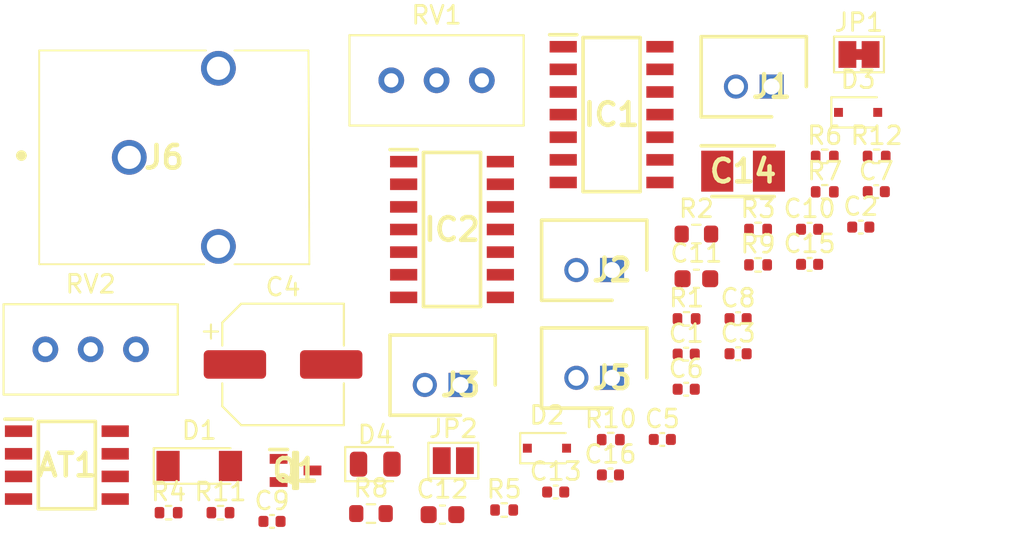
<source format=kicad_pcb>
(kicad_pcb (version 20171130) (host pcbnew "(5.1.8)-1")

  (general
    (thickness 1.6)
    (drawings 0)
    (tracks 0)
    (zones 0)
    (modules 45)
    (nets 45)
  )

  (page A4)
  (layers
    (0 F.Cu signal)
    (31 B.Cu signal)
    (32 B.Adhes user)
    (33 F.Adhes user)
    (34 B.Paste user)
    (35 F.Paste user)
    (36 B.SilkS user)
    (37 F.SilkS user)
    (38 B.Mask user)
    (39 F.Mask user)
    (40 Dwgs.User user)
    (41 Cmts.User user)
    (42 Eco1.User user)
    (43 Eco2.User user)
    (44 Edge.Cuts user)
    (45 Margin user)
    (46 B.CrtYd user)
    (47 F.CrtYd user)
    (48 B.Fab user)
    (49 F.Fab user)
  )

  (setup
    (last_trace_width 0.25)
    (trace_clearance 0.2)
    (zone_clearance 0.508)
    (zone_45_only no)
    (trace_min 0.2)
    (via_size 0.8)
    (via_drill 0.4)
    (via_min_size 0.4)
    (via_min_drill 0.3)
    (uvia_size 0.3)
    (uvia_drill 0.1)
    (uvias_allowed no)
    (uvia_min_size 0.2)
    (uvia_min_drill 0.1)
    (edge_width 0.05)
    (segment_width 0.2)
    (pcb_text_width 0.3)
    (pcb_text_size 1.5 1.5)
    (mod_edge_width 0.12)
    (mod_text_size 1 1)
    (mod_text_width 0.15)
    (pad_size 1.524 1.524)
    (pad_drill 0.762)
    (pad_to_mask_clearance 0)
    (aux_axis_origin 0 0)
    (visible_elements FFFFFF7F)
    (pcbplotparams
      (layerselection 0x010fc_ffffffff)
      (usegerberextensions false)
      (usegerberattributes true)
      (usegerberadvancedattributes true)
      (creategerberjobfile true)
      (excludeedgelayer true)
      (linewidth 0.100000)
      (plotframeref false)
      (viasonmask false)
      (mode 1)
      (useauxorigin false)
      (hpglpennumber 1)
      (hpglpenspeed 20)
      (hpglpendiameter 15.000000)
      (psnegative false)
      (psa4output false)
      (plotreference true)
      (plotvalue true)
      (plotinvisibletext false)
      (padsonsilk false)
      (subtractmaskfromsilk false)
      (outputformat 1)
      (mirror false)
      (drillshape 1)
      (scaleselection 1)
      (outputdirectory ""))
  )

  (net 0 "")
  (net 1 "Net-(AT1-Pad1)")
  (net 2 "Net-(AT1-Pad2)")
  (net 3 "Net-(AT1-Pad3)")
  (net 4 GND)
  (net 5 "Net-(AT1-Pad5)")
  (net 6 +BATT)
  (net 7 "Net-(AT1-Pad7)")
  (net 8 "Net-(AT1-Pad8)")
  (net 9 "Net-(C3-Pad1)")
  (net 10 "Net-(C6-Pad2)")
  (net 11 "Net-(C7-Pad2)")
  (net 12 "Net-(C7-Pad1)")
  (net 13 6)
  (net 14 7)
  (net 15 "Net-(C10-Pad2)")
  (net 16 9)
  (net 17 8)
  (net 18 "Net-(C13-Pad2)")
  (net 19 "Net-(C14-Pad1)")
  (net 20 13)
  (net 21 14)
  (net 22 "Net-(C16-Pad1)")
  (net 23 "Net-(C16-Pad2)")
  (net 24 "Net-(D1-Pad1)")
  (net 25 "Net-(D3-Pad2)")
  (net 26 "Net-(IC1-Pad3)")
  (net 27 "Net-(IC1-Pad4)")
  (net 28 "Net-(IC1-Pad5)")
  (net 29 "Net-(IC1-Pad6)")
  (net 30 "Net-(IC1-Pad8)")
  (net 31 "Net-(IC1-Pad9)")
  (net 32 "Net-(IC1-Pad10)")
  (net 33 "Net-(IC1-Pad11)")
  (net 34 "Net-(IC1-Pad12)")
  (net 35 "Net-(IC1-Pad13)")
  (net 36 GNDA)
  (net 37 "Net-(IC2-Pad11)")
  (net 38 "Net-(IC2-Pad4)")
  (net 39 "Net-(IC2-Pad3)")
  (net 40 "Net-(IC2-Pad2)")
  (net 41 "Net-(IC2-Pad1)")
  (net 42 "Net-(J6-Pad1)")
  (net 43 "Net-(R11-Pad1)")
  (net 44 "Net-(RV1-Pad1)")

  (net_class Default "This is the default net class."
    (clearance 0.2)
    (trace_width 0.25)
    (via_dia 0.8)
    (via_drill 0.4)
    (uvia_dia 0.3)
    (uvia_drill 0.1)
    (add_net +BATT)
    (add_net 13)
    (add_net 14)
    (add_net 6)
    (add_net 7)
    (add_net 8)
    (add_net 9)
    (add_net GND)
    (add_net GNDA)
    (add_net "Net-(AT1-Pad1)")
    (add_net "Net-(AT1-Pad2)")
    (add_net "Net-(AT1-Pad3)")
    (add_net "Net-(AT1-Pad5)")
    (add_net "Net-(AT1-Pad7)")
    (add_net "Net-(AT1-Pad8)")
    (add_net "Net-(C10-Pad2)")
    (add_net "Net-(C13-Pad2)")
    (add_net "Net-(C14-Pad1)")
    (add_net "Net-(C16-Pad1)")
    (add_net "Net-(C16-Pad2)")
    (add_net "Net-(C3-Pad1)")
    (add_net "Net-(C6-Pad2)")
    (add_net "Net-(C7-Pad1)")
    (add_net "Net-(C7-Pad2)")
    (add_net "Net-(D1-Pad1)")
    (add_net "Net-(D3-Pad2)")
    (add_net "Net-(IC1-Pad10)")
    (add_net "Net-(IC1-Pad11)")
    (add_net "Net-(IC1-Pad12)")
    (add_net "Net-(IC1-Pad13)")
    (add_net "Net-(IC1-Pad3)")
    (add_net "Net-(IC1-Pad4)")
    (add_net "Net-(IC1-Pad5)")
    (add_net "Net-(IC1-Pad6)")
    (add_net "Net-(IC1-Pad8)")
    (add_net "Net-(IC1-Pad9)")
    (add_net "Net-(IC2-Pad1)")
    (add_net "Net-(IC2-Pad11)")
    (add_net "Net-(IC2-Pad2)")
    (add_net "Net-(IC2-Pad3)")
    (add_net "Net-(IC2-Pad4)")
    (add_net "Net-(J6-Pad1)")
    (add_net "Net-(R11-Pad1)")
    (add_net "Net-(RV1-Pad1)")
  )

  (module SamacSys_Parts:SOIC127P600X175-8N (layer F.Cu) (tedit 0) (tstamp 5FE92969)
    (at 133.290001 101.795001)
    (descr "8-Pin SOIC")
    (tags "Attenuator or Isolator")
    (path /5FA9CE8F)
    (attr smd)
    (fp_text reference AT1 (at 0 0) (layer F.SilkS)
      (effects (font (size 1.27 1.27) (thickness 0.254)))
    )
    (fp_text value LM386MX-1_NOPB (at 0 0) (layer F.SilkS) hide
      (effects (font (size 1.27 1.27) (thickness 0.254)))
    )
    (fp_line (start -3.475 -2.58) (end -1.948 -2.58) (layer F.SilkS) (width 0.2))
    (fp_line (start -1.598 2.452) (end -1.598 -2.452) (layer F.SilkS) (width 0.2))
    (fp_line (start 1.598 2.452) (end -1.598 2.452) (layer F.SilkS) (width 0.2))
    (fp_line (start 1.598 -2.452) (end 1.598 2.452) (layer F.SilkS) (width 0.2))
    (fp_line (start -1.598 -2.452) (end 1.598 -2.452) (layer F.SilkS) (width 0.2))
    (fp_line (start -1.948 -1.182) (end -0.678 -2.452) (layer F.Fab) (width 0.1))
    (fp_line (start -1.948 2.452) (end -1.948 -2.452) (layer F.Fab) (width 0.1))
    (fp_line (start 1.948 2.452) (end -1.948 2.452) (layer F.Fab) (width 0.1))
    (fp_line (start 1.948 -2.452) (end 1.948 2.452) (layer F.Fab) (width 0.1))
    (fp_line (start -1.948 -2.452) (end 1.948 -2.452) (layer F.Fab) (width 0.1))
    (fp_line (start -3.725 2.75) (end -3.725 -2.75) (layer F.CrtYd) (width 0.05))
    (fp_line (start 3.725 2.75) (end -3.725 2.75) (layer F.CrtYd) (width 0.05))
    (fp_line (start 3.725 -2.75) (end 3.725 2.75) (layer F.CrtYd) (width 0.05))
    (fp_line (start -3.725 -2.75) (end 3.725 -2.75) (layer F.CrtYd) (width 0.05))
    (fp_text user %R (at 0 0) (layer F.Fab)
      (effects (font (size 1.27 1.27) (thickness 0.254)))
    )
    (pad 1 smd rect (at -2.711 -1.905 90) (size 0.65 1.528) (layers F.Cu F.Paste F.Mask)
      (net 1 "Net-(AT1-Pad1)"))
    (pad 2 smd rect (at -2.711 -0.635 90) (size 0.65 1.528) (layers F.Cu F.Paste F.Mask)
      (net 2 "Net-(AT1-Pad2)"))
    (pad 3 smd rect (at -2.711 0.635 90) (size 0.65 1.528) (layers F.Cu F.Paste F.Mask)
      (net 3 "Net-(AT1-Pad3)"))
    (pad 4 smd rect (at -2.711 1.905 90) (size 0.65 1.528) (layers F.Cu F.Paste F.Mask)
      (net 4 GND))
    (pad 5 smd rect (at 2.711 1.905 90) (size 0.65 1.528) (layers F.Cu F.Paste F.Mask)
      (net 5 "Net-(AT1-Pad5)"))
    (pad 6 smd rect (at 2.711 0.635 90) (size 0.65 1.528) (layers F.Cu F.Paste F.Mask)
      (net 6 +BATT))
    (pad 7 smd rect (at 2.711 -0.635 90) (size 0.65 1.528) (layers F.Cu F.Paste F.Mask)
      (net 7 "Net-(AT1-Pad7)"))
    (pad 8 smd rect (at 2.711 -1.905 90) (size 0.65 1.528) (layers F.Cu F.Paste F.Mask)
      (net 8 "Net-(AT1-Pad8)"))
    (model C:\Users\tooyi\OneDrive\KiCad\SamacSys\SamacSys_Parts.3dshapes\LM386MX-1_NOPB.stp
      (at (xyz 0 0 0))
      (scale (xyz 1 1 1))
      (rotate (xyz 0 0 0))
    )
  )

  (module Capacitor_SMD:C_0402_1005Metric (layer F.Cu) (tedit 5F68FEEE) (tstamp 5FE9297A)
    (at 168.025001 95.565001)
    (descr "Capacitor SMD 0402 (1005 Metric), square (rectangular) end terminal, IPC_7351 nominal, (Body size source: IPC-SM-782 page 76, https://www.pcb-3d.com/wordpress/wp-content/uploads/ipc-sm-782a_amendment_1_and_2.pdf), generated with kicad-footprint-generator")
    (tags capacitor)
    (path /5FA9DA41)
    (attr smd)
    (fp_text reference C1 (at 0 -1.16) (layer F.SilkS)
      (effects (font (size 1 1) (thickness 0.15)))
    )
    (fp_text value 220n (at 0 1.16) (layer F.Fab)
      (effects (font (size 1 1) (thickness 0.15)))
    )
    (fp_text user %R (at 0 0) (layer F.Fab)
      (effects (font (size 0.25 0.25) (thickness 0.04)))
    )
    (fp_line (start -0.5 0.25) (end -0.5 -0.25) (layer F.Fab) (width 0.1))
    (fp_line (start -0.5 -0.25) (end 0.5 -0.25) (layer F.Fab) (width 0.1))
    (fp_line (start 0.5 -0.25) (end 0.5 0.25) (layer F.Fab) (width 0.1))
    (fp_line (start 0.5 0.25) (end -0.5 0.25) (layer F.Fab) (width 0.1))
    (fp_line (start -0.107836 -0.36) (end 0.107836 -0.36) (layer F.SilkS) (width 0.12))
    (fp_line (start -0.107836 0.36) (end 0.107836 0.36) (layer F.SilkS) (width 0.12))
    (fp_line (start -0.91 0.46) (end -0.91 -0.46) (layer F.CrtYd) (width 0.05))
    (fp_line (start -0.91 -0.46) (end 0.91 -0.46) (layer F.CrtYd) (width 0.05))
    (fp_line (start 0.91 -0.46) (end 0.91 0.46) (layer F.CrtYd) (width 0.05))
    (fp_line (start 0.91 0.46) (end -0.91 0.46) (layer F.CrtYd) (width 0.05))
    (pad 2 smd roundrect (at 0.48 0) (size 0.56 0.62) (layers F.Cu F.Paste F.Mask) (roundrect_rratio 0.25)
      (net 1 "Net-(AT1-Pad1)"))
    (pad 1 smd roundrect (at -0.48 0) (size 0.56 0.62) (layers F.Cu F.Paste F.Mask) (roundrect_rratio 0.25)
      (net 8 "Net-(AT1-Pad8)"))
    (model ${KISYS3DMOD}/Capacitor_SMD.3dshapes/C_0402_1005Metric.wrl
      (at (xyz 0 0 0))
      (scale (xyz 1 1 1))
      (rotate (xyz 0 0 0))
    )
  )

  (module Capacitor_SMD:C_0402_1005Metric (layer F.Cu) (tedit 5F68FEEE) (tstamp 5FE9298B)
    (at 177.815001 88.435001)
    (descr "Capacitor SMD 0402 (1005 Metric), square (rectangular) end terminal, IPC_7351 nominal, (Body size source: IPC-SM-782 page 76, https://www.pcb-3d.com/wordpress/wp-content/uploads/ipc-sm-782a_amendment_1_and_2.pdf), generated with kicad-footprint-generator")
    (tags capacitor)
    (path /5FA9E0BA)
    (attr smd)
    (fp_text reference C2 (at 0 -1.16) (layer F.SilkS)
      (effects (font (size 1 1) (thickness 0.15)))
    )
    (fp_text value 47n (at 0 1.16) (layer F.Fab)
      (effects (font (size 1 1) (thickness 0.15)))
    )
    (fp_line (start 0.91 0.46) (end -0.91 0.46) (layer F.CrtYd) (width 0.05))
    (fp_line (start 0.91 -0.46) (end 0.91 0.46) (layer F.CrtYd) (width 0.05))
    (fp_line (start -0.91 -0.46) (end 0.91 -0.46) (layer F.CrtYd) (width 0.05))
    (fp_line (start -0.91 0.46) (end -0.91 -0.46) (layer F.CrtYd) (width 0.05))
    (fp_line (start -0.107836 0.36) (end 0.107836 0.36) (layer F.SilkS) (width 0.12))
    (fp_line (start -0.107836 -0.36) (end 0.107836 -0.36) (layer F.SilkS) (width 0.12))
    (fp_line (start 0.5 0.25) (end -0.5 0.25) (layer F.Fab) (width 0.1))
    (fp_line (start 0.5 -0.25) (end 0.5 0.25) (layer F.Fab) (width 0.1))
    (fp_line (start -0.5 -0.25) (end 0.5 -0.25) (layer F.Fab) (width 0.1))
    (fp_line (start -0.5 0.25) (end -0.5 -0.25) (layer F.Fab) (width 0.1))
    (fp_text user %R (at 0 0) (layer F.Fab)
      (effects (font (size 0.25 0.25) (thickness 0.04)))
    )
    (pad 1 smd roundrect (at -0.48 0) (size 0.56 0.62) (layers F.Cu F.Paste F.Mask) (roundrect_rratio 0.25)
      (net 7 "Net-(AT1-Pad7)"))
    (pad 2 smd roundrect (at 0.48 0) (size 0.56 0.62) (layers F.Cu F.Paste F.Mask) (roundrect_rratio 0.25)
      (net 4 GND))
    (model ${KISYS3DMOD}/Capacitor_SMD.3dshapes/C_0402_1005Metric.wrl
      (at (xyz 0 0 0))
      (scale (xyz 1 1 1))
      (rotate (xyz 0 0 0))
    )
  )

  (module Capacitor_SMD:C_0402_1005Metric (layer F.Cu) (tedit 5F68FEEE) (tstamp 5FE9299C)
    (at 170.935001 95.545001)
    (descr "Capacitor SMD 0402 (1005 Metric), square (rectangular) end terminal, IPC_7351 nominal, (Body size source: IPC-SM-782 page 76, https://www.pcb-3d.com/wordpress/wp-content/uploads/ipc-sm-782a_amendment_1_and_2.pdf), generated with kicad-footprint-generator")
    (tags capacitor)
    (path /5FA9E92D)
    (attr smd)
    (fp_text reference C3 (at 0 -1.16) (layer F.SilkS)
      (effects (font (size 1 1) (thickness 0.15)))
    )
    (fp_text value 47n (at 0 1.16) (layer F.Fab)
      (effects (font (size 1 1) (thickness 0.15)))
    )
    (fp_text user %R (at 0 0) (layer F.Fab)
      (effects (font (size 0.25 0.25) (thickness 0.04)))
    )
    (fp_line (start -0.5 0.25) (end -0.5 -0.25) (layer F.Fab) (width 0.1))
    (fp_line (start -0.5 -0.25) (end 0.5 -0.25) (layer F.Fab) (width 0.1))
    (fp_line (start 0.5 -0.25) (end 0.5 0.25) (layer F.Fab) (width 0.1))
    (fp_line (start 0.5 0.25) (end -0.5 0.25) (layer F.Fab) (width 0.1))
    (fp_line (start -0.107836 -0.36) (end 0.107836 -0.36) (layer F.SilkS) (width 0.12))
    (fp_line (start -0.107836 0.36) (end 0.107836 0.36) (layer F.SilkS) (width 0.12))
    (fp_line (start -0.91 0.46) (end -0.91 -0.46) (layer F.CrtYd) (width 0.05))
    (fp_line (start -0.91 -0.46) (end 0.91 -0.46) (layer F.CrtYd) (width 0.05))
    (fp_line (start 0.91 -0.46) (end 0.91 0.46) (layer F.CrtYd) (width 0.05))
    (fp_line (start 0.91 0.46) (end -0.91 0.46) (layer F.CrtYd) (width 0.05))
    (pad 2 smd roundrect (at 0.48 0) (size 0.56 0.62) (layers F.Cu F.Paste F.Mask) (roundrect_rratio 0.25)
      (net 4 GND))
    (pad 1 smd roundrect (at -0.48 0) (size 0.56 0.62) (layers F.Cu F.Paste F.Mask) (roundrect_rratio 0.25)
      (net 9 "Net-(C3-Pad1)"))
    (model ${KISYS3DMOD}/Capacitor_SMD.3dshapes/C_0402_1005Metric.wrl
      (at (xyz 0 0 0))
      (scale (xyz 1 1 1))
      (rotate (xyz 0 0 0))
    )
  )

  (module Capacitor_SMD:CP_Elec_6.3x7.7 (layer F.Cu) (tedit 5BCA39D0) (tstamp 5FE929C4)
    (at 145.415001 96.145001)
    (descr "SMD capacitor, aluminum electrolytic, Nichicon, 6.3x7.7mm")
    (tags "capacitor electrolytic")
    (path /5FE8EB6A)
    (attr smd)
    (fp_text reference C4 (at 0 -4.35) (layer F.SilkS)
      (effects (font (size 1 1) (thickness 0.15)))
    )
    (fp_text value 220uF_E (at 0 4.35) (layer F.Fab)
      (effects (font (size 1 1) (thickness 0.15)))
    )
    (fp_line (start -4.7 1.05) (end -3.55 1.05) (layer F.CrtYd) (width 0.05))
    (fp_line (start -4.7 -1.05) (end -4.7 1.05) (layer F.CrtYd) (width 0.05))
    (fp_line (start -3.55 -1.05) (end -4.7 -1.05) (layer F.CrtYd) (width 0.05))
    (fp_line (start -3.55 1.05) (end -3.55 2.4) (layer F.CrtYd) (width 0.05))
    (fp_line (start -3.55 -2.4) (end -3.55 -1.05) (layer F.CrtYd) (width 0.05))
    (fp_line (start -3.55 -2.4) (end -2.4 -3.55) (layer F.CrtYd) (width 0.05))
    (fp_line (start -3.55 2.4) (end -2.4 3.55) (layer F.CrtYd) (width 0.05))
    (fp_line (start -2.4 -3.55) (end 3.55 -3.55) (layer F.CrtYd) (width 0.05))
    (fp_line (start -2.4 3.55) (end 3.55 3.55) (layer F.CrtYd) (width 0.05))
    (fp_line (start 3.55 1.05) (end 3.55 3.55) (layer F.CrtYd) (width 0.05))
    (fp_line (start 4.7 1.05) (end 3.55 1.05) (layer F.CrtYd) (width 0.05))
    (fp_line (start 4.7 -1.05) (end 4.7 1.05) (layer F.CrtYd) (width 0.05))
    (fp_line (start 3.55 -1.05) (end 4.7 -1.05) (layer F.CrtYd) (width 0.05))
    (fp_line (start 3.55 -3.55) (end 3.55 -1.05) (layer F.CrtYd) (width 0.05))
    (fp_line (start -4.04375 -2.24125) (end -4.04375 -1.45375) (layer F.SilkS) (width 0.12))
    (fp_line (start -4.4375 -1.8475) (end -3.65 -1.8475) (layer F.SilkS) (width 0.12))
    (fp_line (start -3.41 2.345563) (end -2.345563 3.41) (layer F.SilkS) (width 0.12))
    (fp_line (start -3.41 -2.345563) (end -2.345563 -3.41) (layer F.SilkS) (width 0.12))
    (fp_line (start -3.41 -2.345563) (end -3.41 -1.06) (layer F.SilkS) (width 0.12))
    (fp_line (start -3.41 2.345563) (end -3.41 1.06) (layer F.SilkS) (width 0.12))
    (fp_line (start -2.345563 3.41) (end 3.41 3.41) (layer F.SilkS) (width 0.12))
    (fp_line (start -2.345563 -3.41) (end 3.41 -3.41) (layer F.SilkS) (width 0.12))
    (fp_line (start 3.41 -3.41) (end 3.41 -1.06) (layer F.SilkS) (width 0.12))
    (fp_line (start 3.41 3.41) (end 3.41 1.06) (layer F.SilkS) (width 0.12))
    (fp_line (start -2.389838 -1.645) (end -2.389838 -1.015) (layer F.Fab) (width 0.1))
    (fp_line (start -2.704838 -1.33) (end -2.074838 -1.33) (layer F.Fab) (width 0.1))
    (fp_line (start -3.3 2.3) (end -2.3 3.3) (layer F.Fab) (width 0.1))
    (fp_line (start -3.3 -2.3) (end -2.3 -3.3) (layer F.Fab) (width 0.1))
    (fp_line (start -3.3 -2.3) (end -3.3 2.3) (layer F.Fab) (width 0.1))
    (fp_line (start -2.3 3.3) (end 3.3 3.3) (layer F.Fab) (width 0.1))
    (fp_line (start -2.3 -3.3) (end 3.3 -3.3) (layer F.Fab) (width 0.1))
    (fp_line (start 3.3 -3.3) (end 3.3 3.3) (layer F.Fab) (width 0.1))
    (fp_circle (center 0 0) (end 3.15 0) (layer F.Fab) (width 0.1))
    (fp_text user %R (at 0 0) (layer F.Fab)
      (effects (font (size 1 1) (thickness 0.15)))
    )
    (pad 1 smd roundrect (at -2.7 0) (size 3.5 1.6) (layers F.Cu F.Paste F.Mask) (roundrect_rratio 0.15625)
      (net 6 +BATT))
    (pad 2 smd roundrect (at 2.7 0) (size 3.5 1.6) (layers F.Cu F.Paste F.Mask) (roundrect_rratio 0.15625)
      (net 4 GND))
    (model ${KISYS3DMOD}/Capacitor_SMD.3dshapes/CP_Elec_6.3x7.7.wrl
      (at (xyz 0 0 0))
      (scale (xyz 1 1 1))
      (rotate (xyz 0 0 0))
    )
  )

  (module Capacitor_SMD:C_0402_1005Metric (layer F.Cu) (tedit 5F68FEEE) (tstamp 5FE929D5)
    (at 166.685001 100.355001)
    (descr "Capacitor SMD 0402 (1005 Metric), square (rectangular) end terminal, IPC_7351 nominal, (Body size source: IPC-SM-782 page 76, https://www.pcb-3d.com/wordpress/wp-content/uploads/ipc-sm-782a_amendment_1_and_2.pdf), generated with kicad-footprint-generator")
    (tags capacitor)
    (path /5FEF1C9B)
    (attr smd)
    (fp_text reference C5 (at 0 -1.16) (layer F.SilkS)
      (effects (font (size 1 1) (thickness 0.15)))
    )
    (fp_text value 47n (at 0 1.16) (layer F.Fab)
      (effects (font (size 1 1) (thickness 0.15)))
    )
    (fp_line (start 0.91 0.46) (end -0.91 0.46) (layer F.CrtYd) (width 0.05))
    (fp_line (start 0.91 -0.46) (end 0.91 0.46) (layer F.CrtYd) (width 0.05))
    (fp_line (start -0.91 -0.46) (end 0.91 -0.46) (layer F.CrtYd) (width 0.05))
    (fp_line (start -0.91 0.46) (end -0.91 -0.46) (layer F.CrtYd) (width 0.05))
    (fp_line (start -0.107836 0.36) (end 0.107836 0.36) (layer F.SilkS) (width 0.12))
    (fp_line (start -0.107836 -0.36) (end 0.107836 -0.36) (layer F.SilkS) (width 0.12))
    (fp_line (start 0.5 0.25) (end -0.5 0.25) (layer F.Fab) (width 0.1))
    (fp_line (start 0.5 -0.25) (end 0.5 0.25) (layer F.Fab) (width 0.1))
    (fp_line (start -0.5 -0.25) (end 0.5 -0.25) (layer F.Fab) (width 0.1))
    (fp_line (start -0.5 0.25) (end -0.5 -0.25) (layer F.Fab) (width 0.1))
    (fp_text user %R (at 0 0) (layer F.Fab)
      (effects (font (size 0.25 0.25) (thickness 0.04)))
    )
    (pad 1 smd roundrect (at -0.48 0) (size 0.56 0.62) (layers F.Cu F.Paste F.Mask) (roundrect_rratio 0.25)
      (net 6 +BATT))
    (pad 2 smd roundrect (at 0.48 0) (size 0.56 0.62) (layers F.Cu F.Paste F.Mask) (roundrect_rratio 0.25)
      (net 4 GND))
    (model ${KISYS3DMOD}/Capacitor_SMD.3dshapes/C_0402_1005Metric.wrl
      (at (xyz 0 0 0))
      (scale (xyz 1 1 1))
      (rotate (xyz 0 0 0))
    )
  )

  (module Capacitor_SMD:C_0402_1005Metric (layer F.Cu) (tedit 5F68FEEE) (tstamp 5FE929E6)
    (at 168.025001 97.535001)
    (descr "Capacitor SMD 0402 (1005 Metric), square (rectangular) end terminal, IPC_7351 nominal, (Body size source: IPC-SM-782 page 76, https://www.pcb-3d.com/wordpress/wp-content/uploads/ipc-sm-782a_amendment_1_and_2.pdf), generated with kicad-footprint-generator")
    (tags capacitor)
    (path /5FA9F876)
    (attr smd)
    (fp_text reference C6 (at 0 -1.16) (layer F.SilkS)
      (effects (font (size 1 1) (thickness 0.15)))
    )
    (fp_text value 2.2n (at 0 1.16) (layer F.Fab)
      (effects (font (size 1 1) (thickness 0.15)))
    )
    (fp_line (start 0.91 0.46) (end -0.91 0.46) (layer F.CrtYd) (width 0.05))
    (fp_line (start 0.91 -0.46) (end 0.91 0.46) (layer F.CrtYd) (width 0.05))
    (fp_line (start -0.91 -0.46) (end 0.91 -0.46) (layer F.CrtYd) (width 0.05))
    (fp_line (start -0.91 0.46) (end -0.91 -0.46) (layer F.CrtYd) (width 0.05))
    (fp_line (start -0.107836 0.36) (end 0.107836 0.36) (layer F.SilkS) (width 0.12))
    (fp_line (start -0.107836 -0.36) (end 0.107836 -0.36) (layer F.SilkS) (width 0.12))
    (fp_line (start 0.5 0.25) (end -0.5 0.25) (layer F.Fab) (width 0.1))
    (fp_line (start 0.5 -0.25) (end 0.5 0.25) (layer F.Fab) (width 0.1))
    (fp_line (start -0.5 -0.25) (end 0.5 -0.25) (layer F.Fab) (width 0.1))
    (fp_line (start -0.5 0.25) (end -0.5 -0.25) (layer F.Fab) (width 0.1))
    (fp_text user %R (at 0 0) (layer F.Fab)
      (effects (font (size 0.25 0.25) (thickness 0.04)))
    )
    (pad 1 smd roundrect (at -0.48 0) (size 0.56 0.62) (layers F.Cu F.Paste F.Mask) (roundrect_rratio 0.25)
      (net 5 "Net-(AT1-Pad5)"))
    (pad 2 smd roundrect (at 0.48 0) (size 0.56 0.62) (layers F.Cu F.Paste F.Mask) (roundrect_rratio 0.25)
      (net 10 "Net-(C6-Pad2)"))
    (model ${KISYS3DMOD}/Capacitor_SMD.3dshapes/C_0402_1005Metric.wrl
      (at (xyz 0 0 0))
      (scale (xyz 1 1 1))
      (rotate (xyz 0 0 0))
    )
  )

  (module Capacitor_SMD:C_0402_1005Metric (layer F.Cu) (tedit 5F68FEEE) (tstamp 5FE929F7)
    (at 178.685001 86.445001)
    (descr "Capacitor SMD 0402 (1005 Metric), square (rectangular) end terminal, IPC_7351 nominal, (Body size source: IPC-SM-782 page 76, https://www.pcb-3d.com/wordpress/wp-content/uploads/ipc-sm-782a_amendment_1_and_2.pdf), generated with kicad-footprint-generator")
    (tags capacitor)
    (path /5FAB3417)
    (attr smd)
    (fp_text reference C7 (at 0 -1.16) (layer F.SilkS)
      (effects (font (size 1 1) (thickness 0.15)))
    )
    (fp_text value 33n (at 0 1.16) (layer F.Fab)
      (effects (font (size 1 1) (thickness 0.15)))
    )
    (fp_text user %R (at 0 0) (layer F.Fab)
      (effects (font (size 0.25 0.25) (thickness 0.04)))
    )
    (fp_line (start -0.5 0.25) (end -0.5 -0.25) (layer F.Fab) (width 0.1))
    (fp_line (start -0.5 -0.25) (end 0.5 -0.25) (layer F.Fab) (width 0.1))
    (fp_line (start 0.5 -0.25) (end 0.5 0.25) (layer F.Fab) (width 0.1))
    (fp_line (start 0.5 0.25) (end -0.5 0.25) (layer F.Fab) (width 0.1))
    (fp_line (start -0.107836 -0.36) (end 0.107836 -0.36) (layer F.SilkS) (width 0.12))
    (fp_line (start -0.107836 0.36) (end 0.107836 0.36) (layer F.SilkS) (width 0.12))
    (fp_line (start -0.91 0.46) (end -0.91 -0.46) (layer F.CrtYd) (width 0.05))
    (fp_line (start -0.91 -0.46) (end 0.91 -0.46) (layer F.CrtYd) (width 0.05))
    (fp_line (start 0.91 -0.46) (end 0.91 0.46) (layer F.CrtYd) (width 0.05))
    (fp_line (start 0.91 0.46) (end -0.91 0.46) (layer F.CrtYd) (width 0.05))
    (pad 2 smd roundrect (at 0.48 0) (size 0.56 0.62) (layers F.Cu F.Paste F.Mask) (roundrect_rratio 0.25)
      (net 11 "Net-(C7-Pad2)"))
    (pad 1 smd roundrect (at -0.48 0) (size 0.56 0.62) (layers F.Cu F.Paste F.Mask) (roundrect_rratio 0.25)
      (net 12 "Net-(C7-Pad1)"))
    (model ${KISYS3DMOD}/Capacitor_SMD.3dshapes/C_0402_1005Metric.wrl
      (at (xyz 0 0 0))
      (scale (xyz 1 1 1))
      (rotate (xyz 0 0 0))
    )
  )

  (module Capacitor_SMD:C_0402_1005Metric (layer F.Cu) (tedit 5F68FEEE) (tstamp 5FE92A08)
    (at 170.935001 93.575001)
    (descr "Capacitor SMD 0402 (1005 Metric), square (rectangular) end terminal, IPC_7351 nominal, (Body size source: IPC-SM-782 page 76, https://www.pcb-3d.com/wordpress/wp-content/uploads/ipc-sm-782a_amendment_1_and_2.pdf), generated with kicad-footprint-generator")
    (tags capacitor)
    (path /5FAA0754)
    (attr smd)
    (fp_text reference C8 (at 0 -1.16) (layer F.SilkS)
      (effects (font (size 1 1) (thickness 0.15)))
    )
    (fp_text value 1.5n (at 0 1.16) (layer F.Fab)
      (effects (font (size 1 1) (thickness 0.15)))
    )
    (fp_text user %R (at 0 0) (layer F.Fab)
      (effects (font (size 0.25 0.25) (thickness 0.04)))
    )
    (fp_line (start -0.5 0.25) (end -0.5 -0.25) (layer F.Fab) (width 0.1))
    (fp_line (start -0.5 -0.25) (end 0.5 -0.25) (layer F.Fab) (width 0.1))
    (fp_line (start 0.5 -0.25) (end 0.5 0.25) (layer F.Fab) (width 0.1))
    (fp_line (start 0.5 0.25) (end -0.5 0.25) (layer F.Fab) (width 0.1))
    (fp_line (start -0.107836 -0.36) (end 0.107836 -0.36) (layer F.SilkS) (width 0.12))
    (fp_line (start -0.107836 0.36) (end 0.107836 0.36) (layer F.SilkS) (width 0.12))
    (fp_line (start -0.91 0.46) (end -0.91 -0.46) (layer F.CrtYd) (width 0.05))
    (fp_line (start -0.91 -0.46) (end 0.91 -0.46) (layer F.CrtYd) (width 0.05))
    (fp_line (start 0.91 -0.46) (end 0.91 0.46) (layer F.CrtYd) (width 0.05))
    (fp_line (start 0.91 0.46) (end -0.91 0.46) (layer F.CrtYd) (width 0.05))
    (pad 2 smd roundrect (at 0.48 0) (size 0.56 0.62) (layers F.Cu F.Paste F.Mask) (roundrect_rratio 0.25)
      (net 10 "Net-(C6-Pad2)"))
    (pad 1 smd roundrect (at -0.48 0) (size 0.56 0.62) (layers F.Cu F.Paste F.Mask) (roundrect_rratio 0.25)
      (net 13 6))
    (model ${KISYS3DMOD}/Capacitor_SMD.3dshapes/C_0402_1005Metric.wrl
      (at (xyz 0 0 0))
      (scale (xyz 1 1 1))
      (rotate (xyz 0 0 0))
    )
  )

  (module Capacitor_SMD:C_0402_1005Metric (layer F.Cu) (tedit 5F68FEEE) (tstamp 5FE92A19)
    (at 144.795001 104.955001)
    (descr "Capacitor SMD 0402 (1005 Metric), square (rectangular) end terminal, IPC_7351 nominal, (Body size source: IPC-SM-782 page 76, https://www.pcb-3d.com/wordpress/wp-content/uploads/ipc-sm-782a_amendment_1_and_2.pdf), generated with kicad-footprint-generator")
    (tags capacitor)
    (path /5FAA0D1A)
    (attr smd)
    (fp_text reference C9 (at 0 -1.16) (layer F.SilkS)
      (effects (font (size 1 1) (thickness 0.15)))
    )
    (fp_text value 100p (at 0 1.16) (layer F.Fab)
      (effects (font (size 1 1) (thickness 0.15)))
    )
    (fp_line (start 0.91 0.46) (end -0.91 0.46) (layer F.CrtYd) (width 0.05))
    (fp_line (start 0.91 -0.46) (end 0.91 0.46) (layer F.CrtYd) (width 0.05))
    (fp_line (start -0.91 -0.46) (end 0.91 -0.46) (layer F.CrtYd) (width 0.05))
    (fp_line (start -0.91 0.46) (end -0.91 -0.46) (layer F.CrtYd) (width 0.05))
    (fp_line (start -0.107836 0.36) (end 0.107836 0.36) (layer F.SilkS) (width 0.12))
    (fp_line (start -0.107836 -0.36) (end 0.107836 -0.36) (layer F.SilkS) (width 0.12))
    (fp_line (start 0.5 0.25) (end -0.5 0.25) (layer F.Fab) (width 0.1))
    (fp_line (start 0.5 -0.25) (end 0.5 0.25) (layer F.Fab) (width 0.1))
    (fp_line (start -0.5 -0.25) (end 0.5 -0.25) (layer F.Fab) (width 0.1))
    (fp_line (start -0.5 0.25) (end -0.5 -0.25) (layer F.Fab) (width 0.1))
    (fp_text user %R (at 0 0) (layer F.Fab)
      (effects (font (size 0.25 0.25) (thickness 0.04)))
    )
    (pad 1 smd roundrect (at -0.48 0) (size 0.56 0.62) (layers F.Cu F.Paste F.Mask) (roundrect_rratio 0.25)
      (net 10 "Net-(C6-Pad2)"))
    (pad 2 smd roundrect (at 0.48 0) (size 0.56 0.62) (layers F.Cu F.Paste F.Mask) (roundrect_rratio 0.25)
      (net 14 7))
    (model ${KISYS3DMOD}/Capacitor_SMD.3dshapes/C_0402_1005Metric.wrl
      (at (xyz 0 0 0))
      (scale (xyz 1 1 1))
      (rotate (xyz 0 0 0))
    )
  )

  (module Capacitor_SMD:C_0402_1005Metric (layer F.Cu) (tedit 5F68FEEE) (tstamp 5FE92A2A)
    (at 174.945001 88.555001)
    (descr "Capacitor SMD 0402 (1005 Metric), square (rectangular) end terminal, IPC_7351 nominal, (Body size source: IPC-SM-782 page 76, https://www.pcb-3d.com/wordpress/wp-content/uploads/ipc-sm-782a_amendment_1_and_2.pdf), generated with kicad-footprint-generator")
    (tags capacitor)
    (path /5FAA1835)
    (attr smd)
    (fp_text reference C10 (at 0 -1.16) (layer F.SilkS)
      (effects (font (size 1 1) (thickness 0.15)))
    )
    (fp_text value 1n (at 0 1.16) (layer F.Fab)
      (effects (font (size 1 1) (thickness 0.15)))
    )
    (fp_text user %R (at 0 0) (layer F.Fab)
      (effects (font (size 0.25 0.25) (thickness 0.04)))
    )
    (fp_line (start -0.5 0.25) (end -0.5 -0.25) (layer F.Fab) (width 0.1))
    (fp_line (start -0.5 -0.25) (end 0.5 -0.25) (layer F.Fab) (width 0.1))
    (fp_line (start 0.5 -0.25) (end 0.5 0.25) (layer F.Fab) (width 0.1))
    (fp_line (start 0.5 0.25) (end -0.5 0.25) (layer F.Fab) (width 0.1))
    (fp_line (start -0.107836 -0.36) (end 0.107836 -0.36) (layer F.SilkS) (width 0.12))
    (fp_line (start -0.107836 0.36) (end 0.107836 0.36) (layer F.SilkS) (width 0.12))
    (fp_line (start -0.91 0.46) (end -0.91 -0.46) (layer F.CrtYd) (width 0.05))
    (fp_line (start -0.91 -0.46) (end 0.91 -0.46) (layer F.CrtYd) (width 0.05))
    (fp_line (start 0.91 -0.46) (end 0.91 0.46) (layer F.CrtYd) (width 0.05))
    (fp_line (start 0.91 0.46) (end -0.91 0.46) (layer F.CrtYd) (width 0.05))
    (pad 2 smd roundrect (at 0.48 0) (size 0.56 0.62) (layers F.Cu F.Paste F.Mask) (roundrect_rratio 0.25)
      (net 15 "Net-(C10-Pad2)"))
    (pad 1 smd roundrect (at -0.48 0) (size 0.56 0.62) (layers F.Cu F.Paste F.Mask) (roundrect_rratio 0.25)
      (net 14 7))
    (model ${KISYS3DMOD}/Capacitor_SMD.3dshapes/C_0402_1005Metric.wrl
      (at (xyz 0 0 0))
      (scale (xyz 1 1 1))
      (rotate (xyz 0 0 0))
    )
  )

  (module Capacitor_SMD:C_0603_1608Metric (layer F.Cu) (tedit 5F68FEEE) (tstamp 5FE92A3B)
    (at 168.595001 91.335001)
    (descr "Capacitor SMD 0603 (1608 Metric), square (rectangular) end terminal, IPC_7351 nominal, (Body size source: IPC-SM-782 page 76, https://www.pcb-3d.com/wordpress/wp-content/uploads/ipc-sm-782a_amendment_1_and_2.pdf), generated with kicad-footprint-generator")
    (tags capacitor)
    (path /5FAA2263)
    (attr smd)
    (fp_text reference C11 (at 0 -1.43) (layer F.SilkS)
      (effects (font (size 1 1) (thickness 0.15)))
    )
    (fp_text value 470p (at 0 1.43) (layer F.Fab)
      (effects (font (size 1 1) (thickness 0.15)))
    )
    (fp_line (start 1.48 0.73) (end -1.48 0.73) (layer F.CrtYd) (width 0.05))
    (fp_line (start 1.48 -0.73) (end 1.48 0.73) (layer F.CrtYd) (width 0.05))
    (fp_line (start -1.48 -0.73) (end 1.48 -0.73) (layer F.CrtYd) (width 0.05))
    (fp_line (start -1.48 0.73) (end -1.48 -0.73) (layer F.CrtYd) (width 0.05))
    (fp_line (start -0.14058 0.51) (end 0.14058 0.51) (layer F.SilkS) (width 0.12))
    (fp_line (start -0.14058 -0.51) (end 0.14058 -0.51) (layer F.SilkS) (width 0.12))
    (fp_line (start 0.8 0.4) (end -0.8 0.4) (layer F.Fab) (width 0.1))
    (fp_line (start 0.8 -0.4) (end 0.8 0.4) (layer F.Fab) (width 0.1))
    (fp_line (start -0.8 -0.4) (end 0.8 -0.4) (layer F.Fab) (width 0.1))
    (fp_line (start -0.8 0.4) (end -0.8 -0.4) (layer F.Fab) (width 0.1))
    (fp_text user %R (at 0 0) (layer F.Fab)
      (effects (font (size 0.4 0.4) (thickness 0.06)))
    )
    (pad 1 smd roundrect (at -0.775 0) (size 0.9 0.95) (layers F.Cu F.Paste F.Mask) (roundrect_rratio 0.25)
      (net 15 "Net-(C10-Pad2)"))
    (pad 2 smd roundrect (at 0.775 0) (size 0.9 0.95) (layers F.Cu F.Paste F.Mask) (roundrect_rratio 0.25)
      (net 16 9))
    (model ${KISYS3DMOD}/Capacitor_SMD.3dshapes/C_0603_1608Metric.wrl
      (at (xyz 0 0 0))
      (scale (xyz 1 1 1))
      (rotate (xyz 0 0 0))
    )
  )

  (module Capacitor_SMD:C_0603_1608Metric (layer F.Cu) (tedit 5F68FEEE) (tstamp 5FE92A4C)
    (at 154.355001 104.575001)
    (descr "Capacitor SMD 0603 (1608 Metric), square (rectangular) end terminal, IPC_7351 nominal, (Body size source: IPC-SM-782 page 76, https://www.pcb-3d.com/wordpress/wp-content/uploads/ipc-sm-782a_amendment_1_and_2.pdf), generated with kicad-footprint-generator")
    (tags capacitor)
    (path /5FAA38C6)
    (attr smd)
    (fp_text reference C12 (at 0 -1.43) (layer F.SilkS)
      (effects (font (size 1 1) (thickness 0.15)))
    )
    (fp_text value 470p (at 0 1.43) (layer F.Fab)
      (effects (font (size 1 1) (thickness 0.15)))
    )
    (fp_text user %R (at 0 0) (layer F.Fab)
      (effects (font (size 0.4 0.4) (thickness 0.06)))
    )
    (fp_line (start -0.8 0.4) (end -0.8 -0.4) (layer F.Fab) (width 0.1))
    (fp_line (start -0.8 -0.4) (end 0.8 -0.4) (layer F.Fab) (width 0.1))
    (fp_line (start 0.8 -0.4) (end 0.8 0.4) (layer F.Fab) (width 0.1))
    (fp_line (start 0.8 0.4) (end -0.8 0.4) (layer F.Fab) (width 0.1))
    (fp_line (start -0.14058 -0.51) (end 0.14058 -0.51) (layer F.SilkS) (width 0.12))
    (fp_line (start -0.14058 0.51) (end 0.14058 0.51) (layer F.SilkS) (width 0.12))
    (fp_line (start -1.48 0.73) (end -1.48 -0.73) (layer F.CrtYd) (width 0.05))
    (fp_line (start -1.48 -0.73) (end 1.48 -0.73) (layer F.CrtYd) (width 0.05))
    (fp_line (start 1.48 -0.73) (end 1.48 0.73) (layer F.CrtYd) (width 0.05))
    (fp_line (start 1.48 0.73) (end -1.48 0.73) (layer F.CrtYd) (width 0.05))
    (pad 2 smd roundrect (at 0.775 0) (size 0.9 0.95) (layers F.Cu F.Paste F.Mask) (roundrect_rratio 0.25)
      (net 17 8))
    (pad 1 smd roundrect (at -0.775 0) (size 0.9 0.95) (layers F.Cu F.Paste F.Mask) (roundrect_rratio 0.25)
      (net 15 "Net-(C10-Pad2)"))
    (model ${KISYS3DMOD}/Capacitor_SMD.3dshapes/C_0603_1608Metric.wrl
      (at (xyz 0 0 0))
      (scale (xyz 1 1 1))
      (rotate (xyz 0 0 0))
    )
  )

  (module Capacitor_SMD:C_0402_1005Metric (layer F.Cu) (tedit 5F68FEEE) (tstamp 5FE92A5D)
    (at 160.705001 103.305001)
    (descr "Capacitor SMD 0402 (1005 Metric), square (rectangular) end terminal, IPC_7351 nominal, (Body size source: IPC-SM-782 page 76, https://www.pcb-3d.com/wordpress/wp-content/uploads/ipc-sm-782a_amendment_1_and_2.pdf), generated with kicad-footprint-generator")
    (tags capacitor)
    (path /5FAA4BA8)
    (attr smd)
    (fp_text reference C13 (at 0 -1.16) (layer F.SilkS)
      (effects (font (size 1 1) (thickness 0.15)))
    )
    (fp_text value 100n (at 0 1.16) (layer F.Fab)
      (effects (font (size 1 1) (thickness 0.15)))
    )
    (fp_text user %R (at 0 0) (layer F.Fab)
      (effects (font (size 0.25 0.25) (thickness 0.04)))
    )
    (fp_line (start -0.5 0.25) (end -0.5 -0.25) (layer F.Fab) (width 0.1))
    (fp_line (start -0.5 -0.25) (end 0.5 -0.25) (layer F.Fab) (width 0.1))
    (fp_line (start 0.5 -0.25) (end 0.5 0.25) (layer F.Fab) (width 0.1))
    (fp_line (start 0.5 0.25) (end -0.5 0.25) (layer F.Fab) (width 0.1))
    (fp_line (start -0.107836 -0.36) (end 0.107836 -0.36) (layer F.SilkS) (width 0.12))
    (fp_line (start -0.107836 0.36) (end 0.107836 0.36) (layer F.SilkS) (width 0.12))
    (fp_line (start -0.91 0.46) (end -0.91 -0.46) (layer F.CrtYd) (width 0.05))
    (fp_line (start -0.91 -0.46) (end 0.91 -0.46) (layer F.CrtYd) (width 0.05))
    (fp_line (start 0.91 -0.46) (end 0.91 0.46) (layer F.CrtYd) (width 0.05))
    (fp_line (start 0.91 0.46) (end -0.91 0.46) (layer F.CrtYd) (width 0.05))
    (pad 2 smd roundrect (at 0.48 0) (size 0.56 0.62) (layers F.Cu F.Paste F.Mask) (roundrect_rratio 0.25)
      (net 18 "Net-(C13-Pad2)"))
    (pad 1 smd roundrect (at -0.48 0) (size 0.56 0.62) (layers F.Cu F.Paste F.Mask) (roundrect_rratio 0.25)
      (net 17 8))
    (model ${KISYS3DMOD}/Capacitor_SMD.3dshapes/C_0402_1005Metric.wrl
      (at (xyz 0 0 0))
      (scale (xyz 1 1 1))
      (rotate (xyz 0 0 0))
    )
  )

  (module SamacSys_Parts:CAPPM3528X210N (layer F.Cu) (tedit 0) (tstamp 5FE92A6F)
    (at 171.215001 85.295001)
    (descr "CASE B")
    (tags "Capacitor Polarised")
    (path /5FECE289)
    (attr smd)
    (fp_text reference C14 (at 0 0) (layer F.SilkS)
      (effects (font (size 1.27 1.27) (thickness 0.254)))
    )
    (fp_text value 100u_T (at 0 0) (layer F.SilkS) hide
      (effects (font (size 1.27 1.27) (thickness 0.254)))
    )
    (fp_line (start -1.75 1.425) (end 1.75 1.425) (layer F.SilkS) (width 0.2))
    (fp_line (start 1.75 -1.425) (end -2.35 -1.425) (layer F.SilkS) (width 0.2))
    (fp_line (start -1.75 -0.525) (end -0.85 -1.425) (layer F.Fab) (width 0.1))
    (fp_line (start -1.75 1.425) (end -1.75 -1.425) (layer F.Fab) (width 0.1))
    (fp_line (start 1.75 1.425) (end -1.75 1.425) (layer F.Fab) (width 0.1))
    (fp_line (start 1.75 -1.425) (end 1.75 1.425) (layer F.Fab) (width 0.1))
    (fp_line (start -1.75 -1.425) (end 1.75 -1.425) (layer F.Fab) (width 0.1))
    (fp_line (start -2.6 1.75) (end -2.6 -1.75) (layer F.CrtYd) (width 0.05))
    (fp_line (start 2.6 1.75) (end -2.6 1.75) (layer F.CrtYd) (width 0.05))
    (fp_line (start 2.6 -1.75) (end 2.6 1.75) (layer F.CrtYd) (width 0.05))
    (fp_line (start -2.6 -1.75) (end 2.6 -1.75) (layer F.CrtYd) (width 0.05))
    (fp_text user %R (at 0 0) (layer F.Fab)
      (effects (font (size 1.27 1.27) (thickness 0.254)))
    )
    (pad 1 smd rect (at -1.45 0) (size 1.8 2.3) (layers F.Cu F.Paste F.Mask)
      (net 19 "Net-(C14-Pad1)"))
    (pad 2 smd rect (at 1.45 0) (size 1.8 2.3) (layers F.Cu F.Paste F.Mask)
      (net 4 GND))
    (model C:\Users\Jason\OneDrive\KiCad\SamacSys\SamacSys_Parts.3dshapes\TAJB107K006RNJ.stp
      (at (xyz 0 0 0))
      (scale (xyz 1 1 1))
      (rotate (xyz 0 0 0))
    )
  )

  (module Capacitor_SMD:C_0402_1005Metric (layer F.Cu) (tedit 5F68FEEE) (tstamp 5FE92A80)
    (at 174.945001 90.525001)
    (descr "Capacitor SMD 0402 (1005 Metric), square (rectangular) end terminal, IPC_7351 nominal, (Body size source: IPC-SM-782 page 76, https://www.pcb-3d.com/wordpress/wp-content/uploads/ipc-sm-782a_amendment_1_and_2.pdf), generated with kicad-footprint-generator")
    (tags capacitor)
    (path /5FAA6267)
    (attr smd)
    (fp_text reference C15 (at 0 -1.16) (layer F.SilkS)
      (effects (font (size 1 1) (thickness 0.15)))
    )
    (fp_text value 100p (at 0 1.16) (layer F.Fab)
      (effects (font (size 1 1) (thickness 0.15)))
    )
    (fp_line (start 0.91 0.46) (end -0.91 0.46) (layer F.CrtYd) (width 0.05))
    (fp_line (start 0.91 -0.46) (end 0.91 0.46) (layer F.CrtYd) (width 0.05))
    (fp_line (start -0.91 -0.46) (end 0.91 -0.46) (layer F.CrtYd) (width 0.05))
    (fp_line (start -0.91 0.46) (end -0.91 -0.46) (layer F.CrtYd) (width 0.05))
    (fp_line (start -0.107836 0.36) (end 0.107836 0.36) (layer F.SilkS) (width 0.12))
    (fp_line (start -0.107836 -0.36) (end 0.107836 -0.36) (layer F.SilkS) (width 0.12))
    (fp_line (start 0.5 0.25) (end -0.5 0.25) (layer F.Fab) (width 0.1))
    (fp_line (start 0.5 -0.25) (end 0.5 0.25) (layer F.Fab) (width 0.1))
    (fp_line (start -0.5 -0.25) (end 0.5 -0.25) (layer F.Fab) (width 0.1))
    (fp_line (start -0.5 0.25) (end -0.5 -0.25) (layer F.Fab) (width 0.1))
    (fp_text user %R (at 0 0) (layer F.Fab)
      (effects (font (size 0.25 0.25) (thickness 0.04)))
    )
    (pad 1 smd roundrect (at -0.48 0) (size 0.56 0.62) (layers F.Cu F.Paste F.Mask) (roundrect_rratio 0.25)
      (net 20 13))
    (pad 2 smd roundrect (at 0.48 0) (size 0.56 0.62) (layers F.Cu F.Paste F.Mask) (roundrect_rratio 0.25)
      (net 21 14))
    (model ${KISYS3DMOD}/Capacitor_SMD.3dshapes/C_0402_1005Metric.wrl
      (at (xyz 0 0 0))
      (scale (xyz 1 1 1))
      (rotate (xyz 0 0 0))
    )
  )

  (module Capacitor_SMD:C_0402_1005Metric (layer F.Cu) (tedit 5F68FEEE) (tstamp 5FE92A91)
    (at 163.775001 102.345001)
    (descr "Capacitor SMD 0402 (1005 Metric), square (rectangular) end terminal, IPC_7351 nominal, (Body size source: IPC-SM-782 page 76, https://www.pcb-3d.com/wordpress/wp-content/uploads/ipc-sm-782a_amendment_1_and_2.pdf), generated with kicad-footprint-generator")
    (tags capacitor)
    (path /5FAB6F92)
    (attr smd)
    (fp_text reference C16 (at 0 -1.16) (layer F.SilkS)
      (effects (font (size 1 1) (thickness 0.15)))
    )
    (fp_text value 33n (at 0 1.16) (layer F.Fab)
      (effects (font (size 1 1) (thickness 0.15)))
    )
    (fp_line (start 0.91 0.46) (end -0.91 0.46) (layer F.CrtYd) (width 0.05))
    (fp_line (start 0.91 -0.46) (end 0.91 0.46) (layer F.CrtYd) (width 0.05))
    (fp_line (start -0.91 -0.46) (end 0.91 -0.46) (layer F.CrtYd) (width 0.05))
    (fp_line (start -0.91 0.46) (end -0.91 -0.46) (layer F.CrtYd) (width 0.05))
    (fp_line (start -0.107836 0.36) (end 0.107836 0.36) (layer F.SilkS) (width 0.12))
    (fp_line (start -0.107836 -0.36) (end 0.107836 -0.36) (layer F.SilkS) (width 0.12))
    (fp_line (start 0.5 0.25) (end -0.5 0.25) (layer F.Fab) (width 0.1))
    (fp_line (start 0.5 -0.25) (end 0.5 0.25) (layer F.Fab) (width 0.1))
    (fp_line (start -0.5 -0.25) (end 0.5 -0.25) (layer F.Fab) (width 0.1))
    (fp_line (start -0.5 0.25) (end -0.5 -0.25) (layer F.Fab) (width 0.1))
    (fp_text user %R (at 0 0) (layer F.Fab)
      (effects (font (size 0.25 0.25) (thickness 0.04)))
    )
    (pad 1 smd roundrect (at -0.48 0) (size 0.56 0.62) (layers F.Cu F.Paste F.Mask) (roundrect_rratio 0.25)
      (net 22 "Net-(C16-Pad1)"))
    (pad 2 smd roundrect (at 0.48 0) (size 0.56 0.62) (layers F.Cu F.Paste F.Mask) (roundrect_rratio 0.25)
      (net 23 "Net-(C16-Pad2)"))
    (model ${KISYS3DMOD}/Capacitor_SMD.3dshapes/C_0402_1005Metric.wrl
      (at (xyz 0 0 0))
      (scale (xyz 1 1 1))
      (rotate (xyz 0 0 0))
    )
  )

  (module Diode_SMD:D_MiniMELF (layer F.Cu) (tedit 5905D8F5) (tstamp 5FE92AAA)
    (at 140.715001 101.845001)
    (descr "Diode Mini-MELF (SOD-80)")
    (tags "Diode Mini-MELF (SOD-80)")
    (path /5FF43969)
    (attr smd)
    (fp_text reference D1 (at 0 -2) (layer F.SilkS)
      (effects (font (size 1 1) (thickness 0.15)))
    )
    (fp_text value ZMM5V1 (at 0 1.75) (layer F.Fab)
      (effects (font (size 1 1) (thickness 0.15)))
    )
    (fp_line (start -2.65 1.1) (end -2.65 -1.1) (layer F.CrtYd) (width 0.05))
    (fp_line (start 2.65 1.1) (end -2.65 1.1) (layer F.CrtYd) (width 0.05))
    (fp_line (start 2.65 -1.1) (end 2.65 1.1) (layer F.CrtYd) (width 0.05))
    (fp_line (start -2.65 -1.1) (end 2.65 -1.1) (layer F.CrtYd) (width 0.05))
    (fp_line (start -0.75 0) (end -0.35 0) (layer F.Fab) (width 0.1))
    (fp_line (start -0.35 0) (end -0.35 -0.55) (layer F.Fab) (width 0.1))
    (fp_line (start -0.35 0) (end -0.35 0.55) (layer F.Fab) (width 0.1))
    (fp_line (start -0.35 0) (end 0.25 -0.4) (layer F.Fab) (width 0.1))
    (fp_line (start 0.25 -0.4) (end 0.25 0.4) (layer F.Fab) (width 0.1))
    (fp_line (start 0.25 0.4) (end -0.35 0) (layer F.Fab) (width 0.1))
    (fp_line (start 0.25 0) (end 0.75 0) (layer F.Fab) (width 0.1))
    (fp_line (start -1.65 -0.8) (end 1.65 -0.8) (layer F.Fab) (width 0.1))
    (fp_line (start -1.65 0.8) (end -1.65 -0.8) (layer F.Fab) (width 0.1))
    (fp_line (start 1.65 0.8) (end -1.65 0.8) (layer F.Fab) (width 0.1))
    (fp_line (start 1.65 -0.8) (end 1.65 0.8) (layer F.Fab) (width 0.1))
    (fp_line (start -2.55 1) (end 1.75 1) (layer F.SilkS) (width 0.12))
    (fp_line (start -2.55 -1) (end -2.55 1) (layer F.SilkS) (width 0.12))
    (fp_line (start 1.75 -1) (end -2.55 -1) (layer F.SilkS) (width 0.12))
    (fp_text user %R (at 0 -2) (layer F.Fab)
      (effects (font (size 1 1) (thickness 0.15)))
    )
    (pad 1 smd rect (at -1.75 0) (size 1.3 1.7) (layers F.Cu F.Paste F.Mask)
      (net 24 "Net-(D1-Pad1)"))
    (pad 2 smd rect (at 1.75 0) (size 1.3 1.7) (layers F.Cu F.Paste F.Mask)
      (net 4 GND))
    (model ${KISYS3DMOD}/Diode_SMD.3dshapes/D_MiniMELF.wrl
      (at (xyz 0 0 0))
      (scale (xyz 1 1 1))
      (rotate (xyz 0 0 0))
    )
  )

  (module Diode_SMD:D_SOD-323F (layer F.Cu) (tedit 590A48EB) (tstamp 5FE92AC2)
    (at 160.215001 100.845001)
    (descr "SOD-323F http://www.nxp.com/documents/outline_drawing/SOD323F.pdf")
    (tags SOD-323F)
    (path /5FAB3D51)
    (attr smd)
    (fp_text reference D2 (at 0 -1.85) (layer F.SilkS)
      (effects (font (size 1 1) (thickness 0.15)))
    )
    (fp_text value 1N4148WS (at 0.1 1.9) (layer F.Fab)
      (effects (font (size 1 1) (thickness 0.15)))
    )
    (fp_line (start -1.5 -0.85) (end 1.05 -0.85) (layer F.SilkS) (width 0.12))
    (fp_line (start -1.5 0.85) (end 1.05 0.85) (layer F.SilkS) (width 0.12))
    (fp_line (start -1.6 -0.95) (end -1.6 0.95) (layer F.CrtYd) (width 0.05))
    (fp_line (start -1.6 0.95) (end 1.6 0.95) (layer F.CrtYd) (width 0.05))
    (fp_line (start 1.6 -0.95) (end 1.6 0.95) (layer F.CrtYd) (width 0.05))
    (fp_line (start -1.6 -0.95) (end 1.6 -0.95) (layer F.CrtYd) (width 0.05))
    (fp_line (start -0.9 -0.7) (end 0.9 -0.7) (layer F.Fab) (width 0.1))
    (fp_line (start 0.9 -0.7) (end 0.9 0.7) (layer F.Fab) (width 0.1))
    (fp_line (start 0.9 0.7) (end -0.9 0.7) (layer F.Fab) (width 0.1))
    (fp_line (start -0.9 0.7) (end -0.9 -0.7) (layer F.Fab) (width 0.1))
    (fp_line (start -0.3 -0.35) (end -0.3 0.35) (layer F.Fab) (width 0.1))
    (fp_line (start -0.3 0) (end -0.5 0) (layer F.Fab) (width 0.1))
    (fp_line (start -0.3 0) (end 0.2 -0.35) (layer F.Fab) (width 0.1))
    (fp_line (start 0.2 -0.35) (end 0.2 0.35) (layer F.Fab) (width 0.1))
    (fp_line (start 0.2 0.35) (end -0.3 0) (layer F.Fab) (width 0.1))
    (fp_line (start 0.2 0) (end 0.45 0) (layer F.Fab) (width 0.1))
    (fp_line (start -1.5 -0.85) (end -1.5 0.85) (layer F.SilkS) (width 0.12))
    (fp_text user %R (at 0 -1.85) (layer F.Fab)
      (effects (font (size 1 1) (thickness 0.15)))
    )
    (pad 1 smd rect (at -1.1 0) (size 0.5 0.5) (layers F.Cu F.Paste F.Mask)
      (net 11 "Net-(C7-Pad2)"))
    (pad 2 smd rect (at 1.1 0) (size 0.5 0.5) (layers F.Cu F.Paste F.Mask)
      (net 4 GND))
    (model ${KISYS3DMOD}/Diode_SMD.3dshapes/D_SOD-323F.wrl
      (at (xyz 0 0 0))
      (scale (xyz 1 1 1))
      (rotate (xyz 0 0 0))
    )
  )

  (module Diode_SMD:D_SOD-323F (layer F.Cu) (tedit 590A48EB) (tstamp 5FE92ADA)
    (at 177.665001 81.995001)
    (descr "SOD-323F http://www.nxp.com/documents/outline_drawing/SOD323F.pdf")
    (tags SOD-323F)
    (path /5FAB54FA)
    (attr smd)
    (fp_text reference D3 (at 0 -1.85) (layer F.SilkS)
      (effects (font (size 1 1) (thickness 0.15)))
    )
    (fp_text value 1N4148WS (at 0.1 1.9) (layer F.Fab)
      (effects (font (size 1 1) (thickness 0.15)))
    )
    (fp_text user %R (at 0 -1.85) (layer F.Fab)
      (effects (font (size 1 1) (thickness 0.15)))
    )
    (fp_line (start -1.5 -0.85) (end -1.5 0.85) (layer F.SilkS) (width 0.12))
    (fp_line (start 0.2 0) (end 0.45 0) (layer F.Fab) (width 0.1))
    (fp_line (start 0.2 0.35) (end -0.3 0) (layer F.Fab) (width 0.1))
    (fp_line (start 0.2 -0.35) (end 0.2 0.35) (layer F.Fab) (width 0.1))
    (fp_line (start -0.3 0) (end 0.2 -0.35) (layer F.Fab) (width 0.1))
    (fp_line (start -0.3 0) (end -0.5 0) (layer F.Fab) (width 0.1))
    (fp_line (start -0.3 -0.35) (end -0.3 0.35) (layer F.Fab) (width 0.1))
    (fp_line (start -0.9 0.7) (end -0.9 -0.7) (layer F.Fab) (width 0.1))
    (fp_line (start 0.9 0.7) (end -0.9 0.7) (layer F.Fab) (width 0.1))
    (fp_line (start 0.9 -0.7) (end 0.9 0.7) (layer F.Fab) (width 0.1))
    (fp_line (start -0.9 -0.7) (end 0.9 -0.7) (layer F.Fab) (width 0.1))
    (fp_line (start -1.6 -0.95) (end 1.6 -0.95) (layer F.CrtYd) (width 0.05))
    (fp_line (start 1.6 -0.95) (end 1.6 0.95) (layer F.CrtYd) (width 0.05))
    (fp_line (start -1.6 0.95) (end 1.6 0.95) (layer F.CrtYd) (width 0.05))
    (fp_line (start -1.6 -0.95) (end -1.6 0.95) (layer F.CrtYd) (width 0.05))
    (fp_line (start -1.5 0.85) (end 1.05 0.85) (layer F.SilkS) (width 0.12))
    (fp_line (start -1.5 -0.85) (end 1.05 -0.85) (layer F.SilkS) (width 0.12))
    (pad 2 smd rect (at 1.1 0) (size 0.5 0.5) (layers F.Cu F.Paste F.Mask)
      (net 25 "Net-(D3-Pad2)"))
    (pad 1 smd rect (at -1.1 0) (size 0.5 0.5) (layers F.Cu F.Paste F.Mask)
      (net 19 "Net-(C14-Pad1)"))
    (model ${KISYS3DMOD}/Diode_SMD.3dshapes/D_SOD-323F.wrl
      (at (xyz 0 0 0))
      (scale (xyz 1 1 1))
      (rotate (xyz 0 0 0))
    )
  )

  (module Diode_SMD:D_0805_2012Metric (layer F.Cu) (tedit 5F68FEF0) (tstamp 5FE92AED)
    (at 150.585001 101.740001)
    (descr "Diode SMD 0805 (2012 Metric), square (rectangular) end terminal, IPC_7351 nominal, (Body size source: https://docs.google.com/spreadsheets/d/1BsfQQcO9C6DZCsRaXUlFlo91Tg2WpOkGARC1WS5S8t0/edit?usp=sharing), generated with kicad-footprint-generator")
    (tags diode)
    (path /5FEB4EF0)
    (attr smd)
    (fp_text reference D4 (at 0 -1.65) (layer F.SilkS)
      (effects (font (size 1 1) (thickness 0.15)))
    )
    (fp_text value RedLED (at 0 1.65) (layer F.Fab)
      (effects (font (size 1 1) (thickness 0.15)))
    )
    (fp_line (start 1.68 0.95) (end -1.68 0.95) (layer F.CrtYd) (width 0.05))
    (fp_line (start 1.68 -0.95) (end 1.68 0.95) (layer F.CrtYd) (width 0.05))
    (fp_line (start -1.68 -0.95) (end 1.68 -0.95) (layer F.CrtYd) (width 0.05))
    (fp_line (start -1.68 0.95) (end -1.68 -0.95) (layer F.CrtYd) (width 0.05))
    (fp_line (start -1.685 0.96) (end 1 0.96) (layer F.SilkS) (width 0.12))
    (fp_line (start -1.685 -0.96) (end -1.685 0.96) (layer F.SilkS) (width 0.12))
    (fp_line (start 1 -0.96) (end -1.685 -0.96) (layer F.SilkS) (width 0.12))
    (fp_line (start 1 0.6) (end 1 -0.6) (layer F.Fab) (width 0.1))
    (fp_line (start -1 0.6) (end 1 0.6) (layer F.Fab) (width 0.1))
    (fp_line (start -1 -0.3) (end -1 0.6) (layer F.Fab) (width 0.1))
    (fp_line (start -0.7 -0.6) (end -1 -0.3) (layer F.Fab) (width 0.1))
    (fp_line (start 1 -0.6) (end -0.7 -0.6) (layer F.Fab) (width 0.1))
    (fp_text user %R (at 0 0) (layer F.Fab)
      (effects (font (size 0.5 0.5) (thickness 0.08)))
    )
    (pad 1 smd roundrect (at -0.9375 0) (size 0.975 1.4) (layers F.Cu F.Paste F.Mask) (roundrect_rratio 0.25)
      (net 25 "Net-(D3-Pad2)"))
    (pad 2 smd roundrect (at 0.9375 0) (size 0.975 1.4) (layers F.Cu F.Paste F.Mask) (roundrect_rratio 0.25)
      (net 19 "Net-(C14-Pad1)"))
    (model ${KISYS3DMOD}/Diode_SMD.3dshapes/D_0805_2012Metric.wrl
      (at (xyz 0 0 0))
      (scale (xyz 1 1 1))
      (rotate (xyz 0 0 0))
    )
  )

  (module SamacSys_Parts:SOIC127P600X175-14N (layer F.Cu) (tedit 0) (tstamp 5FE92B0E)
    (at 163.840001 82.120001)
    (descr "D (-R-PDSO-G14)_1")
    (tags "Integrated Circuit")
    (path /5FEE808F)
    (attr smd)
    (fp_text reference IC1 (at 0 0) (layer F.SilkS)
      (effects (font (size 1.27 1.27) (thickness 0.254)))
    )
    (fp_text value CD4024BM96 (at 0 0) (layer F.SilkS) hide
      (effects (font (size 1.27 1.27) (thickness 0.254)))
    )
    (fp_line (start -3.475 -4.485) (end -1.95 -4.485) (layer F.SilkS) (width 0.2))
    (fp_line (start -1.6 4.325) (end -1.6 -4.325) (layer F.SilkS) (width 0.2))
    (fp_line (start 1.6 4.325) (end -1.6 4.325) (layer F.SilkS) (width 0.2))
    (fp_line (start 1.6 -4.325) (end 1.6 4.325) (layer F.SilkS) (width 0.2))
    (fp_line (start -1.6 -4.325) (end 1.6 -4.325) (layer F.SilkS) (width 0.2))
    (fp_line (start -1.95 -3.055) (end -0.68 -4.325) (layer F.Fab) (width 0.1))
    (fp_line (start -1.95 4.325) (end -1.95 -4.325) (layer F.Fab) (width 0.1))
    (fp_line (start 1.95 4.325) (end -1.95 4.325) (layer F.Fab) (width 0.1))
    (fp_line (start 1.95 -4.325) (end 1.95 4.325) (layer F.Fab) (width 0.1))
    (fp_line (start -1.95 -4.325) (end 1.95 -4.325) (layer F.Fab) (width 0.1))
    (fp_line (start -3.725 4.625) (end -3.725 -4.625) (layer F.CrtYd) (width 0.05))
    (fp_line (start 3.725 4.625) (end -3.725 4.625) (layer F.CrtYd) (width 0.05))
    (fp_line (start 3.725 -4.625) (end 3.725 4.625) (layer F.CrtYd) (width 0.05))
    (fp_line (start -3.725 -4.625) (end 3.725 -4.625) (layer F.CrtYd) (width 0.05))
    (fp_text user %R (at 0 0) (layer F.Fab)
      (effects (font (size 1.27 1.27) (thickness 0.254)))
    )
    (pad 1 smd rect (at -2.712 -3.81 90) (size 0.65 1.525) (layers F.Cu F.Paste F.Mask)
      (net 21 14))
    (pad 2 smd rect (at -2.712 -2.54 90) (size 0.65 1.525) (layers F.Cu F.Paste F.Mask)
      (net 4 GND))
    (pad 3 smd rect (at -2.712 -1.27 90) (size 0.65 1.525) (layers F.Cu F.Paste F.Mask)
      (net 26 "Net-(IC1-Pad3)"))
    (pad 4 smd rect (at -2.712 0 90) (size 0.65 1.525) (layers F.Cu F.Paste F.Mask)
      (net 27 "Net-(IC1-Pad4)"))
    (pad 5 smd rect (at -2.712 1.27 90) (size 0.65 1.525) (layers F.Cu F.Paste F.Mask)
      (net 28 "Net-(IC1-Pad5)"))
    (pad 6 smd rect (at -2.712 2.54 90) (size 0.65 1.525) (layers F.Cu F.Paste F.Mask)
      (net 29 "Net-(IC1-Pad6)"))
    (pad 7 smd rect (at -2.712 3.81 90) (size 0.65 1.525) (layers F.Cu F.Paste F.Mask)
      (net 4 GND))
    (pad 8 smd rect (at 2.712 3.81 90) (size 0.65 1.525) (layers F.Cu F.Paste F.Mask)
      (net 30 "Net-(IC1-Pad8)"))
    (pad 9 smd rect (at 2.712 2.54 90) (size 0.65 1.525) (layers F.Cu F.Paste F.Mask)
      (net 31 "Net-(IC1-Pad9)"))
    (pad 10 smd rect (at 2.712 1.27 90) (size 0.65 1.525) (layers F.Cu F.Paste F.Mask)
      (net 32 "Net-(IC1-Pad10)"))
    (pad 11 smd rect (at 2.712 0 90) (size 0.65 1.525) (layers F.Cu F.Paste F.Mask)
      (net 33 "Net-(IC1-Pad11)"))
    (pad 12 smd rect (at 2.712 -1.27 90) (size 0.65 1.525) (layers F.Cu F.Paste F.Mask)
      (net 34 "Net-(IC1-Pad12)"))
    (pad 13 smd rect (at 2.712 -2.54 90) (size 0.65 1.525) (layers F.Cu F.Paste F.Mask)
      (net 35 "Net-(IC1-Pad13)"))
    (pad 14 smd rect (at 2.712 -3.81 90) (size 0.65 1.525) (layers F.Cu F.Paste F.Mask)
      (net 6 +BATT))
    (model C:\Users\Jason\OneDrive\KiCad\SamacSys\SamacSys_Parts.3dshapes\CD4024BM96.stp
      (at (xyz 0 0 0))
      (scale (xyz 1 1 1))
      (rotate (xyz 0 0 0))
    )
  )

  (module SamacSys_Parts:SOIC127P600X175-14N (layer F.Cu) (tedit 0) (tstamp 5FE92B2F)
    (at 154.890001 88.570001)
    (descr "D (-R-PDSO-G14)_1")
    (tags "Integrated Circuit")
    (path /5FE9A27B)
    (attr smd)
    (fp_text reference IC2 (at 0 0) (layer F.SilkS)
      (effects (font (size 1.27 1.27) (thickness 0.254)))
    )
    (fp_text value TL074IDR (at 0 0) (layer F.SilkS) hide
      (effects (font (size 1.27 1.27) (thickness 0.254)))
    )
    (fp_text user %R (at 0 0) (layer F.Fab)
      (effects (font (size 1.27 1.27) (thickness 0.254)))
    )
    (fp_line (start -3.725 -4.625) (end 3.725 -4.625) (layer F.CrtYd) (width 0.05))
    (fp_line (start 3.725 -4.625) (end 3.725 4.625) (layer F.CrtYd) (width 0.05))
    (fp_line (start 3.725 4.625) (end -3.725 4.625) (layer F.CrtYd) (width 0.05))
    (fp_line (start -3.725 4.625) (end -3.725 -4.625) (layer F.CrtYd) (width 0.05))
    (fp_line (start -1.95 -4.325) (end 1.95 -4.325) (layer F.Fab) (width 0.1))
    (fp_line (start 1.95 -4.325) (end 1.95 4.325) (layer F.Fab) (width 0.1))
    (fp_line (start 1.95 4.325) (end -1.95 4.325) (layer F.Fab) (width 0.1))
    (fp_line (start -1.95 4.325) (end -1.95 -4.325) (layer F.Fab) (width 0.1))
    (fp_line (start -1.95 -3.055) (end -0.68 -4.325) (layer F.Fab) (width 0.1))
    (fp_line (start -1.6 -4.325) (end 1.6 -4.325) (layer F.SilkS) (width 0.2))
    (fp_line (start 1.6 -4.325) (end 1.6 4.325) (layer F.SilkS) (width 0.2))
    (fp_line (start 1.6 4.325) (end -1.6 4.325) (layer F.SilkS) (width 0.2))
    (fp_line (start -1.6 4.325) (end -1.6 -4.325) (layer F.SilkS) (width 0.2))
    (fp_line (start -3.475 -4.485) (end -1.95 -4.485) (layer F.SilkS) (width 0.2))
    (pad 14 smd rect (at 2.712 -3.81 90) (size 0.65 1.525) (layers F.Cu F.Paste F.Mask)
      (net 21 14))
    (pad 13 smd rect (at 2.712 -2.54 90) (size 0.65 1.525) (layers F.Cu F.Paste F.Mask)
      (net 20 13))
    (pad 12 smd rect (at 2.712 -1.27 90) (size 0.65 1.525) (layers F.Cu F.Paste F.Mask)
      (net 36 GNDA))
    (pad 11 smd rect (at 2.712 0 90) (size 0.65 1.525) (layers F.Cu F.Paste F.Mask)
      (net 37 "Net-(IC2-Pad11)"))
    (pad 10 smd rect (at 2.712 1.27 90) (size 0.65 1.525) (layers F.Cu F.Paste F.Mask)
      (net 36 GNDA))
    (pad 9 smd rect (at 2.712 2.54 90) (size 0.65 1.525) (layers F.Cu F.Paste F.Mask)
      (net 16 9))
    (pad 8 smd rect (at 2.712 3.81 90) (size 0.65 1.525) (layers F.Cu F.Paste F.Mask)
      (net 17 8))
    (pad 7 smd rect (at -2.712 3.81 90) (size 0.65 1.525) (layers F.Cu F.Paste F.Mask)
      (net 14 7))
    (pad 6 smd rect (at -2.712 2.54 90) (size 0.65 1.525) (layers F.Cu F.Paste F.Mask)
      (net 13 6))
    (pad 5 smd rect (at -2.712 1.27 90) (size 0.65 1.525) (layers F.Cu F.Paste F.Mask)
      (net 36 GNDA))
    (pad 4 smd rect (at -2.712 0 90) (size 0.65 1.525) (layers F.Cu F.Paste F.Mask)
      (net 38 "Net-(IC2-Pad4)"))
    (pad 3 smd rect (at -2.712 -1.27 90) (size 0.65 1.525) (layers F.Cu F.Paste F.Mask)
      (net 39 "Net-(IC2-Pad3)"))
    (pad 2 smd rect (at -2.712 -2.54 90) (size 0.65 1.525) (layers F.Cu F.Paste F.Mask)
      (net 40 "Net-(IC2-Pad2)"))
    (pad 1 smd rect (at -2.712 -3.81 90) (size 0.65 1.525) (layers F.Cu F.Paste F.Mask)
      (net 41 "Net-(IC2-Pad1)"))
    (model C:\Users\Jason\OneDrive\KiCad\SamacSys\SamacSys_Parts.3dshapes\CD4024BM96.stp
      (at (xyz 0 0 0))
      (scale (xyz 1 1 1))
      (rotate (xyz 0 0 0))
    )
  )

  (module SamacSys_Parts:SHDR2W50P0X200_1X2_590X450X600P (layer F.Cu) (tedit 0) (tstamp 5FE92B42)
    (at 172.815001 80.545001)
    (descr B2B-PH-K-S)
    (tags Connector)
    (path /5FE892ED)
    (fp_text reference J1 (at 0 0) (layer F.SilkS)
      (effects (font (size 1.27 1.27) (thickness 0.254)))
    )
    (fp_text value B2B-PH-K-S_LF__SN_ (at 0 0) (layer F.SilkS) hide
      (effects (font (size 1.27 1.27) (thickness 0.254)))
    )
    (fp_text user %R (at 0 0) (layer F.Fab)
      (effects (font (size 1.27 1.27) (thickness 0.254)))
    )
    (fp_line (start 2.2 1.95) (end -4.2 1.95) (layer F.CrtYd) (width 0.05))
    (fp_line (start -4.2 1.95) (end -4.2 -3.05) (layer F.CrtYd) (width 0.05))
    (fp_line (start -4.2 -3.05) (end 2.2 -3.05) (layer F.CrtYd) (width 0.05))
    (fp_line (start 2.2 -3.05) (end 2.2 1.95) (layer F.CrtYd) (width 0.05))
    (fp_line (start 1.95 1.7) (end -3.95 1.7) (layer F.Fab) (width 0.1))
    (fp_line (start -3.95 1.7) (end -3.95 -2.8) (layer F.Fab) (width 0.1))
    (fp_line (start -3.95 -2.8) (end 1.95 -2.8) (layer F.Fab) (width 0.1))
    (fp_line (start 1.95 -2.8) (end 1.95 1.7) (layer F.Fab) (width 0.1))
    (fp_line (start 0 1.7) (end -3.95 1.7) (layer F.SilkS) (width 0.2))
    (fp_line (start -3.95 1.7) (end -3.95 -2.8) (layer F.SilkS) (width 0.2))
    (fp_line (start -3.95 -2.8) (end 1.95 -2.8) (layer F.SilkS) (width 0.2))
    (fp_line (start 1.95 -2.8) (end 1.95 0) (layer F.SilkS) (width 0.2))
    (pad 2 thru_hole circle (at -2 0) (size 1.35 1.35) (drill 0.9) (layers *.Cu *.Mask)
      (net 3 "Net-(AT1-Pad3)"))
    (pad 1 thru_hole rect (at 0 0) (size 1.35 1.35) (drill 0.9) (layers *.Cu *.Mask)
      (net 2 "Net-(AT1-Pad2)"))
  )

  (module SamacSys_Parts:SHDR2W50P0X200_1X2_590X450X600P (layer F.Cu) (tedit 0) (tstamp 5FE92B55)
    (at 163.865001 90.845001)
    (descr B2B-PH-K-S)
    (tags Connector)
    (path /5FE91BD2)
    (fp_text reference J2 (at 0 0) (layer F.SilkS)
      (effects (font (size 1.27 1.27) (thickness 0.254)))
    )
    (fp_text value B2B-PH-K-S_LF__SN_ (at 0 0) (layer F.SilkS) hide
      (effects (font (size 1.27 1.27) (thickness 0.254)))
    )
    (fp_text user %R (at 0 0) (layer F.Fab)
      (effects (font (size 1.27 1.27) (thickness 0.254)))
    )
    (fp_line (start 2.2 1.95) (end -4.2 1.95) (layer F.CrtYd) (width 0.05))
    (fp_line (start -4.2 1.95) (end -4.2 -3.05) (layer F.CrtYd) (width 0.05))
    (fp_line (start -4.2 -3.05) (end 2.2 -3.05) (layer F.CrtYd) (width 0.05))
    (fp_line (start 2.2 -3.05) (end 2.2 1.95) (layer F.CrtYd) (width 0.05))
    (fp_line (start 1.95 1.7) (end -3.95 1.7) (layer F.Fab) (width 0.1))
    (fp_line (start -3.95 1.7) (end -3.95 -2.8) (layer F.Fab) (width 0.1))
    (fp_line (start -3.95 -2.8) (end 1.95 -2.8) (layer F.Fab) (width 0.1))
    (fp_line (start 1.95 -2.8) (end 1.95 1.7) (layer F.Fab) (width 0.1))
    (fp_line (start 0 1.7) (end -3.95 1.7) (layer F.SilkS) (width 0.2))
    (fp_line (start -3.95 1.7) (end -3.95 -2.8) (layer F.SilkS) (width 0.2))
    (fp_line (start -3.95 -2.8) (end 1.95 -2.8) (layer F.SilkS) (width 0.2))
    (fp_line (start 1.95 -2.8) (end 1.95 0) (layer F.SilkS) (width 0.2))
    (pad 2 thru_hole circle (at -2 0) (size 1.35 1.35) (drill 0.9) (layers *.Cu *.Mask)
      (net 4 GND))
    (pad 1 thru_hole rect (at 0 0) (size 1.35 1.35) (drill 0.9) (layers *.Cu *.Mask)
      (net 24 "Net-(D1-Pad1)"))
  )

  (module SamacSys_Parts:SHDR2W50P0X200_1X2_590X450X600P (layer F.Cu) (tedit 0) (tstamp 5FE92B68)
    (at 155.365001 97.295001)
    (descr B2B-PH-K-S)
    (tags Connector)
    (path /5FEB5B93)
    (fp_text reference J3 (at 0 0) (layer F.SilkS)
      (effects (font (size 1.27 1.27) (thickness 0.254)))
    )
    (fp_text value B2B-PH-K-S_LF__SN_ (at 0 0) (layer F.SilkS) hide
      (effects (font (size 1.27 1.27) (thickness 0.254)))
    )
    (fp_line (start 1.95 -2.8) (end 1.95 0) (layer F.SilkS) (width 0.2))
    (fp_line (start -3.95 -2.8) (end 1.95 -2.8) (layer F.SilkS) (width 0.2))
    (fp_line (start -3.95 1.7) (end -3.95 -2.8) (layer F.SilkS) (width 0.2))
    (fp_line (start 0 1.7) (end -3.95 1.7) (layer F.SilkS) (width 0.2))
    (fp_line (start 1.95 -2.8) (end 1.95 1.7) (layer F.Fab) (width 0.1))
    (fp_line (start -3.95 -2.8) (end 1.95 -2.8) (layer F.Fab) (width 0.1))
    (fp_line (start -3.95 1.7) (end -3.95 -2.8) (layer F.Fab) (width 0.1))
    (fp_line (start 1.95 1.7) (end -3.95 1.7) (layer F.Fab) (width 0.1))
    (fp_line (start 2.2 -3.05) (end 2.2 1.95) (layer F.CrtYd) (width 0.05))
    (fp_line (start -4.2 -3.05) (end 2.2 -3.05) (layer F.CrtYd) (width 0.05))
    (fp_line (start -4.2 1.95) (end -4.2 -3.05) (layer F.CrtYd) (width 0.05))
    (fp_line (start 2.2 1.95) (end -4.2 1.95) (layer F.CrtYd) (width 0.05))
    (fp_text user %R (at 0 0) (layer F.Fab)
      (effects (font (size 1.27 1.27) (thickness 0.254)))
    )
    (pad 1 thru_hole rect (at 0 0) (size 1.35 1.35) (drill 0.9) (layers *.Cu *.Mask)
      (net 19 "Net-(C14-Pad1)"))
    (pad 2 thru_hole circle (at -2 0) (size 1.35 1.35) (drill 0.9) (layers *.Cu *.Mask)
      (net 25 "Net-(D3-Pad2)"))
  )

  (module SamacSys_Parts:SHDR2W50P0X200_1X2_590X450X600P (layer F.Cu) (tedit 0) (tstamp 5FE92B7B)
    (at 163.865001 96.895001)
    (descr B2B-PH-K-S)
    (tags Connector)
    (path /5FF5FE07)
    (fp_text reference J5 (at 0 0) (layer F.SilkS)
      (effects (font (size 1.27 1.27) (thickness 0.254)))
    )
    (fp_text value B2B-PH-K-S_LF__SN_ (at 0 0) (layer F.SilkS) hide
      (effects (font (size 1.27 1.27) (thickness 0.254)))
    )
    (fp_line (start 1.95 -2.8) (end 1.95 0) (layer F.SilkS) (width 0.2))
    (fp_line (start -3.95 -2.8) (end 1.95 -2.8) (layer F.SilkS) (width 0.2))
    (fp_line (start -3.95 1.7) (end -3.95 -2.8) (layer F.SilkS) (width 0.2))
    (fp_line (start 0 1.7) (end -3.95 1.7) (layer F.SilkS) (width 0.2))
    (fp_line (start 1.95 -2.8) (end 1.95 1.7) (layer F.Fab) (width 0.1))
    (fp_line (start -3.95 -2.8) (end 1.95 -2.8) (layer F.Fab) (width 0.1))
    (fp_line (start -3.95 1.7) (end -3.95 -2.8) (layer F.Fab) (width 0.1))
    (fp_line (start 1.95 1.7) (end -3.95 1.7) (layer F.Fab) (width 0.1))
    (fp_line (start 2.2 -3.05) (end 2.2 1.95) (layer F.CrtYd) (width 0.05))
    (fp_line (start -4.2 -3.05) (end 2.2 -3.05) (layer F.CrtYd) (width 0.05))
    (fp_line (start -4.2 1.95) (end -4.2 -3.05) (layer F.CrtYd) (width 0.05))
    (fp_line (start 2.2 1.95) (end -4.2 1.95) (layer F.CrtYd) (width 0.05))
    (fp_text user %R (at 0 0) (layer F.Fab)
      (effects (font (size 1.27 1.27) (thickness 0.254)))
    )
    (pad 1 thru_hole rect (at 0 0) (size 1.35 1.35) (drill 0.9) (layers *.Cu *.Mask)
      (net 19 "Net-(C14-Pad1)"))
    (pad 2 thru_hole circle (at -2 0) (size 1.35 1.35) (drill 0.9) (layers *.Cu *.Mask)
      (net 23 "Net-(C16-Pad2)"))
  )

  (module SamacSys_Parts:STX32003NB (layer F.Cu) (tedit 0) (tstamp 5FE92B98)
    (at 136.790001 84.520001)
    (descr STX-3200-3NB-1)
    (tags Connector)
    (path /5FFD539A)
    (fp_text reference J6 (at 1.95 0) (layer F.SilkS)
      (effects (font (size 1.27 1.27) (thickness 0.254)))
    )
    (fp_text value STX-3200-3NB (at 1.95 0) (layer F.SilkS) hide
      (effects (font (size 1.27 1.27) (thickness 0.254)))
    )
    (fp_line (start -5.9 -0.1) (end -5.9 -0.1) (layer F.SilkS) (width 0.3))
    (fp_line (start -6.2 -0.1) (end -6.2 -0.1) (layer F.SilkS) (width 0.3))
    (fp_line (start 10.05 -6) (end 5.9 -6) (layer F.SilkS) (width 0.1))
    (fp_line (start 10.1 6) (end 10.05 -6) (layer F.SilkS) (width 0.1))
    (fp_line (start 5.9 6) (end 10.1 6) (layer F.SilkS) (width 0.1))
    (fp_line (start -5.05 6) (end 4.2 6) (layer F.SilkS) (width 0.1))
    (fp_line (start -5.05 -6) (end -5.05 6) (layer F.SilkS) (width 0.1))
    (fp_line (start 4.3 -6) (end -5.05 -6) (layer F.SilkS) (width 0.1))
    (fp_line (start -7.2 7) (end -7.2 -7) (layer F.CrtYd) (width 0.1))
    (fp_line (start 11.1 7) (end -7.2 7) (layer F.CrtYd) (width 0.1))
    (fp_line (start 11.1 -7) (end 11.1 7) (layer F.CrtYd) (width 0.1))
    (fp_line (start -7.2 -7) (end 11.1 -7) (layer F.CrtYd) (width 0.1))
    (fp_line (start -5.05 6) (end -5.05 -6) (layer F.Fab) (width 0.2))
    (fp_line (start 10.05 6) (end -5.05 6) (layer F.Fab) (width 0.2))
    (fp_line (start 10.05 -6) (end 10.05 6) (layer F.Fab) (width 0.2))
    (fp_line (start -5.05 -6) (end 10.05 -6) (layer F.Fab) (width 0.2))
    (fp_text user %R (at 1.95 0) (layer F.Fab)
      (effects (font (size 1.27 1.27) (thickness 0.254)))
    )
    (fp_arc (start -6.05 -0.1) (end -6.2 -0.1) (angle -180) (layer F.SilkS) (width 0.3))
    (fp_arc (start -6.05 -0.1) (end -5.9 -0.1) (angle -180) (layer F.SilkS) (width 0.3))
    (pad 1 thru_hole circle (at 0 0) (size 1.95 1.95) (drill 1.3) (layers *.Cu *.Mask)
      (net 42 "Net-(J6-Pad1)"))
    (pad 2 thru_hole circle (at 5 5) (size 1.95 1.95) (drill 1.3) (layers *.Cu *.Mask)
      (net 22 "Net-(C16-Pad1)"))
    (pad 3 thru_hole circle (at 5 -5) (size 1.95 1.95) (drill 1.3) (layers *.Cu *.Mask)
      (net 22 "Net-(C16-Pad1)"))
    (pad MH1 np_thru_hole circle (at 0 5) (size 1.6 0) (drill 1.6) (layers *.Cu *.Mask))
    (pad MH2 np_thru_hole circle (at 5 0) (size 1.6 0) (drill 1.6) (layers *.Cu *.Mask))
    (pad MH3 np_thru_hole circle (at 0 -5) (size 1.6 0) (drill 1.6) (layers *.Cu *.Mask))
    (model C:\Users\Jason\OneDrive\KiCad\SamacSys\SamacSys_Parts.3dshapes\STX-3200-3NB.stp
      (at (xyz 0 0 0))
      (scale (xyz 1 1 1))
      (rotate (xyz 0 0 0))
    )
  )

  (module Jumper:SolderJumper-2_P1.3mm_Bridged_Pad1.0x1.5mm (layer F.Cu) (tedit 5C756AB2) (tstamp 5FE92BA7)
    (at 177.715001 78.745001)
    (descr "SMD Solder Jumper, 1x1.5mm Pads, 0.3mm gap, bridged with 1 copper strip")
    (tags "solder jumper open")
    (path /5FFFC3DD)
    (attr virtual)
    (fp_text reference JP1 (at 0 -1.8) (layer F.SilkS)
      (effects (font (size 1 1) (thickness 0.15)))
    )
    (fp_text value SolderJumper_2_Bridged (at 0 1.9) (layer F.Fab)
      (effects (font (size 1 1) (thickness 0.15)))
    )
    (fp_poly (pts (xy -0.25 -0.3) (xy 0.25 -0.3) (xy 0.25 0.3) (xy -0.25 0.3)) (layer F.Cu) (width 0))
    (fp_line (start 1.65 1.25) (end -1.65 1.25) (layer F.CrtYd) (width 0.05))
    (fp_line (start 1.65 1.25) (end 1.65 -1.25) (layer F.CrtYd) (width 0.05))
    (fp_line (start -1.65 -1.25) (end -1.65 1.25) (layer F.CrtYd) (width 0.05))
    (fp_line (start -1.65 -1.25) (end 1.65 -1.25) (layer F.CrtYd) (width 0.05))
    (fp_line (start -1.4 -1) (end 1.4 -1) (layer F.SilkS) (width 0.12))
    (fp_line (start 1.4 -1) (end 1.4 1) (layer F.SilkS) (width 0.12))
    (fp_line (start 1.4 1) (end -1.4 1) (layer F.SilkS) (width 0.12))
    (fp_line (start -1.4 1) (end -1.4 -1) (layer F.SilkS) (width 0.12))
    (pad 1 smd rect (at -0.65 0) (size 1 1.5) (layers F.Cu F.Mask)
      (net 23 "Net-(C16-Pad2)"))
    (pad 2 smd rect (at 0.65 0) (size 1 1.5) (layers F.Cu F.Mask)
      (net 42 "Net-(J6-Pad1)"))
  )

  (module Jumper:SolderJumper-2_P1.3mm_Open_Pad1.0x1.5mm (layer F.Cu) (tedit 5A3EABFC) (tstamp 5FE92BB5)
    (at 154.965001 101.545001)
    (descr "SMD Solder Jumper, 1x1.5mm Pads, 0.3mm gap, open")
    (tags "solder jumper open")
    (path /6001631F)
    (attr virtual)
    (fp_text reference JP2 (at 0 -1.8) (layer F.SilkS)
      (effects (font (size 1 1) (thickness 0.15)))
    )
    (fp_text value SolderJumper_2_Open (at 0 1.9) (layer F.Fab)
      (effects (font (size 1 1) (thickness 0.15)))
    )
    (fp_line (start 1.65 1.25) (end -1.65 1.25) (layer F.CrtYd) (width 0.05))
    (fp_line (start 1.65 1.25) (end 1.65 -1.25) (layer F.CrtYd) (width 0.05))
    (fp_line (start -1.65 -1.25) (end -1.65 1.25) (layer F.CrtYd) (width 0.05))
    (fp_line (start -1.65 -1.25) (end 1.65 -1.25) (layer F.CrtYd) (width 0.05))
    (fp_line (start -1.4 -1) (end 1.4 -1) (layer F.SilkS) (width 0.12))
    (fp_line (start 1.4 -1) (end 1.4 1) (layer F.SilkS) (width 0.12))
    (fp_line (start 1.4 1) (end -1.4 1) (layer F.SilkS) (width 0.12))
    (fp_line (start -1.4 1) (end -1.4 -1) (layer F.SilkS) (width 0.12))
    (pad 2 smd rect (at 0.65 0) (size 1 1.5) (layers F.Cu F.Mask)
      (net 25 "Net-(D3-Pad2)"))
    (pad 1 smd rect (at -0.65 0) (size 1 1.5) (layers F.Cu F.Mask)
      (net 42 "Net-(J6-Pad1)"))
  )

  (module SamacSys_Parts:SOT65P210X110-3N (layer F.Cu) (tedit 0) (tstamp 5FE92BCB)
    (at 146.115001 102.095001)
    (descr SOT323/SC-70)
    (tags "Transistor BJT NPN")
    (path /5FAB0B2A)
    (attr smd)
    (fp_text reference Q1 (at 0 0) (layer F.SilkS)
      (effects (font (size 1.27 1.27) (thickness 0.254)))
    )
    (fp_text value BC817-40W,115 (at 0 0) (layer F.SilkS) hide
      (effects (font (size 1.27 1.27) (thickness 0.254)))
    )
    (fp_line (start -1.45 -1.175) (end -0.45 -1.175) (layer F.SilkS) (width 0.2))
    (fp_line (start -0.1 1) (end -0.1 -1) (layer F.SilkS) (width 0.2))
    (fp_line (start 0.1 1) (end -0.1 1) (layer F.SilkS) (width 0.2))
    (fp_line (start 0.1 -1) (end 0.1 1) (layer F.SilkS) (width 0.2))
    (fp_line (start -0.1 -1) (end 0.1 -1) (layer F.SilkS) (width 0.2))
    (fp_line (start -0.625 -0.35) (end 0.025 -1) (layer F.Fab) (width 0.1))
    (fp_line (start -0.625 1) (end -0.625 -1) (layer F.Fab) (width 0.1))
    (fp_line (start 0.625 1) (end -0.625 1) (layer F.Fab) (width 0.1))
    (fp_line (start 0.625 -1) (end 0.625 1) (layer F.Fab) (width 0.1))
    (fp_line (start -0.625 -1) (end 0.625 -1) (layer F.Fab) (width 0.1))
    (fp_line (start -1.7 1.35) (end -1.7 -1.35) (layer F.CrtYd) (width 0.05))
    (fp_line (start 1.7 1.35) (end -1.7 1.35) (layer F.CrtYd) (width 0.05))
    (fp_line (start 1.7 -1.35) (end 1.7 1.35) (layer F.CrtYd) (width 0.05))
    (fp_line (start -1.7 -1.35) (end 1.7 -1.35) (layer F.CrtYd) (width 0.05))
    (fp_text user %R (at 0 0) (layer F.Fab)
      (effects (font (size 1.27 1.27) (thickness 0.254)))
    )
    (pad 1 smd rect (at -0.95 -0.65 90) (size 0.55 1) (layers F.Cu F.Paste F.Mask)
      (net 11 "Net-(C7-Pad2)"))
    (pad 2 smd rect (at -0.95 0.65 90) (size 0.55 1) (layers F.Cu F.Paste F.Mask)
      (net 4 GND))
    (pad 3 smd rect (at 0.95 0 90) (size 0.55 1) (layers F.Cu F.Paste F.Mask)
      (net 25 "Net-(D3-Pad2)"))
    (model C:\Users\tooyi\OneDrive\KiCad\SamacSys\SamacSys_Parts.3dshapes\BC817-40W,115.stp
      (at (xyz 0 0 0))
      (scale (xyz 1 1 1))
      (rotate (xyz 0 0 0))
    )
  )

  (module Resistor_SMD:R_0402_1005Metric (layer F.Cu) (tedit 5F68FEEE) (tstamp 5FE92BDC)
    (at 168.045001 93.585001)
    (descr "Resistor SMD 0402 (1005 Metric), square (rectangular) end terminal, IPC_7351 nominal, (Body size source: IPC-SM-782 page 72, https://www.pcb-3d.com/wordpress/wp-content/uploads/ipc-sm-782a_amendment_1_and_2.pdf), generated with kicad-footprint-generator")
    (tags resistor)
    (path /5FAB1AD6)
    (attr smd)
    (fp_text reference R1 (at 0 -1.17) (layer F.SilkS)
      (effects (font (size 1 1) (thickness 0.15)))
    )
    (fp_text value 100k (at 0 1.17) (layer F.Fab)
      (effects (font (size 1 1) (thickness 0.15)))
    )
    (fp_line (start 0.93 0.47) (end -0.93 0.47) (layer F.CrtYd) (width 0.05))
    (fp_line (start 0.93 -0.47) (end 0.93 0.47) (layer F.CrtYd) (width 0.05))
    (fp_line (start -0.93 -0.47) (end 0.93 -0.47) (layer F.CrtYd) (width 0.05))
    (fp_line (start -0.93 0.47) (end -0.93 -0.47) (layer F.CrtYd) (width 0.05))
    (fp_line (start -0.153641 0.38) (end 0.153641 0.38) (layer F.SilkS) (width 0.12))
    (fp_line (start -0.153641 -0.38) (end 0.153641 -0.38) (layer F.SilkS) (width 0.12))
    (fp_line (start 0.525 0.27) (end -0.525 0.27) (layer F.Fab) (width 0.1))
    (fp_line (start 0.525 -0.27) (end 0.525 0.27) (layer F.Fab) (width 0.1))
    (fp_line (start -0.525 -0.27) (end 0.525 -0.27) (layer F.Fab) (width 0.1))
    (fp_line (start -0.525 0.27) (end -0.525 -0.27) (layer F.Fab) (width 0.1))
    (fp_text user %R (at 0 0) (layer F.Fab)
      (effects (font (size 0.26 0.26) (thickness 0.04)))
    )
    (pad 1 smd roundrect (at -0.51 0) (size 0.54 0.64) (layers F.Cu F.Paste F.Mask) (roundrect_rratio 0.25)
      (net 29 "Net-(IC1-Pad6)"))
    (pad 2 smd roundrect (at 0.51 0) (size 0.54 0.64) (layers F.Cu F.Paste F.Mask) (roundrect_rratio 0.25)
      (net 24 "Net-(D1-Pad1)"))
    (model ${KISYS3DMOD}/Resistor_SMD.3dshapes/R_0402_1005Metric.wrl
      (at (xyz 0 0 0))
      (scale (xyz 1 1 1))
      (rotate (xyz 0 0 0))
    )
  )

  (module Resistor_SMD:R_0603_1608Metric (layer F.Cu) (tedit 5F68FEEE) (tstamp 5FE92BED)
    (at 168.595001 88.825001)
    (descr "Resistor SMD 0603 (1608 Metric), square (rectangular) end terminal, IPC_7351 nominal, (Body size source: IPC-SM-782 page 72, https://www.pcb-3d.com/wordpress/wp-content/uploads/ipc-sm-782a_amendment_1_and_2.pdf), generated with kicad-footprint-generator")
    (tags resistor)
    (path /5FA9EFC6)
    (attr smd)
    (fp_text reference R2 (at 0 -1.43) (layer F.SilkS)
      (effects (font (size 1 1) (thickness 0.15)))
    )
    (fp_text value 10 (at 0 1.43) (layer F.Fab)
      (effects (font (size 1 1) (thickness 0.15)))
    )
    (fp_line (start 1.48 0.73) (end -1.48 0.73) (layer F.CrtYd) (width 0.05))
    (fp_line (start 1.48 -0.73) (end 1.48 0.73) (layer F.CrtYd) (width 0.05))
    (fp_line (start -1.48 -0.73) (end 1.48 -0.73) (layer F.CrtYd) (width 0.05))
    (fp_line (start -1.48 0.73) (end -1.48 -0.73) (layer F.CrtYd) (width 0.05))
    (fp_line (start -0.237258 0.5225) (end 0.237258 0.5225) (layer F.SilkS) (width 0.12))
    (fp_line (start -0.237258 -0.5225) (end 0.237258 -0.5225) (layer F.SilkS) (width 0.12))
    (fp_line (start 0.8 0.4125) (end -0.8 0.4125) (layer F.Fab) (width 0.1))
    (fp_line (start 0.8 -0.4125) (end 0.8 0.4125) (layer F.Fab) (width 0.1))
    (fp_line (start -0.8 -0.4125) (end 0.8 -0.4125) (layer F.Fab) (width 0.1))
    (fp_line (start -0.8 0.4125) (end -0.8 -0.4125) (layer F.Fab) (width 0.1))
    (fp_text user %R (at 0 0) (layer F.Fab)
      (effects (font (size 0.4 0.4) (thickness 0.06)))
    )
    (pad 1 smd roundrect (at -0.825 0) (size 0.8 0.95) (layers F.Cu F.Paste F.Mask) (roundrect_rratio 0.25)
      (net 5 "Net-(AT1-Pad5)"))
    (pad 2 smd roundrect (at 0.825 0) (size 0.8 0.95) (layers F.Cu F.Paste F.Mask) (roundrect_rratio 0.25)
      (net 9 "Net-(C3-Pad1)"))
    (model ${KISYS3DMOD}/Resistor_SMD.3dshapes/R_0603_1608Metric.wrl
      (at (xyz 0 0 0))
      (scale (xyz 1 1 1))
      (rotate (xyz 0 0 0))
    )
  )

  (module Resistor_SMD:R_0402_1005Metric (layer F.Cu) (tedit 5F68FEEE) (tstamp 5FE92BFE)
    (at 172.055001 88.565001)
    (descr "Resistor SMD 0402 (1005 Metric), square (rectangular) end terminal, IPC_7351 nominal, (Body size source: IPC-SM-782 page 72, https://www.pcb-3d.com/wordpress/wp-content/uploads/ipc-sm-782a_amendment_1_and_2.pdf), generated with kicad-footprint-generator")
    (tags resistor)
    (path /5FAB165F)
    (attr smd)
    (fp_text reference R3 (at 0 -1.17) (layer F.SilkS)
      (effects (font (size 1 1) (thickness 0.15)))
    )
    (fp_text value 1k (at 0 1.17) (layer F.Fab)
      (effects (font (size 1 1) (thickness 0.15)))
    )
    (fp_text user %R (at 0 0) (layer F.Fab)
      (effects (font (size 0.26 0.26) (thickness 0.04)))
    )
    (fp_line (start -0.525 0.27) (end -0.525 -0.27) (layer F.Fab) (width 0.1))
    (fp_line (start -0.525 -0.27) (end 0.525 -0.27) (layer F.Fab) (width 0.1))
    (fp_line (start 0.525 -0.27) (end 0.525 0.27) (layer F.Fab) (width 0.1))
    (fp_line (start 0.525 0.27) (end -0.525 0.27) (layer F.Fab) (width 0.1))
    (fp_line (start -0.153641 -0.38) (end 0.153641 -0.38) (layer F.SilkS) (width 0.12))
    (fp_line (start -0.153641 0.38) (end 0.153641 0.38) (layer F.SilkS) (width 0.12))
    (fp_line (start -0.93 0.47) (end -0.93 -0.47) (layer F.CrtYd) (width 0.05))
    (fp_line (start -0.93 -0.47) (end 0.93 -0.47) (layer F.CrtYd) (width 0.05))
    (fp_line (start 0.93 -0.47) (end 0.93 0.47) (layer F.CrtYd) (width 0.05))
    (fp_line (start 0.93 0.47) (end -0.93 0.47) (layer F.CrtYd) (width 0.05))
    (pad 2 smd roundrect (at 0.51 0) (size 0.54 0.64) (layers F.Cu F.Paste F.Mask) (roundrect_rratio 0.25)
      (net 12 "Net-(C7-Pad1)"))
    (pad 1 smd roundrect (at -0.51 0) (size 0.54 0.64) (layers F.Cu F.Paste F.Mask) (roundrect_rratio 0.25)
      (net 29 "Net-(IC1-Pad6)"))
    (model ${KISYS3DMOD}/Resistor_SMD.3dshapes/R_0402_1005Metric.wrl
      (at (xyz 0 0 0))
      (scale (xyz 1 1 1))
      (rotate (xyz 0 0 0))
    )
  )

  (module Resistor_SMD:R_0402_1005Metric (layer F.Cu) (tedit 5F68FEEE) (tstamp 5FE92C0F)
    (at 138.995001 104.465001)
    (descr "Resistor SMD 0402 (1005 Metric), square (rectangular) end terminal, IPC_7351 nominal, (Body size source: IPC-SM-782 page 72, https://www.pcb-3d.com/wordpress/wp-content/uploads/ipc-sm-782a_amendment_1_and_2.pdf), generated with kicad-footprint-generator")
    (tags resistor)
    (path /5FAA01DB)
    (attr smd)
    (fp_text reference R4 (at 0 -1.17) (layer F.SilkS)
      (effects (font (size 1 1) (thickness 0.15)))
    )
    (fp_text value 1.5k (at 0 1.17) (layer F.Fab)
      (effects (font (size 1 1) (thickness 0.15)))
    )
    (fp_text user %R (at 0 0) (layer F.Fab)
      (effects (font (size 0.26 0.26) (thickness 0.04)))
    )
    (fp_line (start -0.525 0.27) (end -0.525 -0.27) (layer F.Fab) (width 0.1))
    (fp_line (start -0.525 -0.27) (end 0.525 -0.27) (layer F.Fab) (width 0.1))
    (fp_line (start 0.525 -0.27) (end 0.525 0.27) (layer F.Fab) (width 0.1))
    (fp_line (start 0.525 0.27) (end -0.525 0.27) (layer F.Fab) (width 0.1))
    (fp_line (start -0.153641 -0.38) (end 0.153641 -0.38) (layer F.SilkS) (width 0.12))
    (fp_line (start -0.153641 0.38) (end 0.153641 0.38) (layer F.SilkS) (width 0.12))
    (fp_line (start -0.93 0.47) (end -0.93 -0.47) (layer F.CrtYd) (width 0.05))
    (fp_line (start -0.93 -0.47) (end 0.93 -0.47) (layer F.CrtYd) (width 0.05))
    (fp_line (start 0.93 -0.47) (end 0.93 0.47) (layer F.CrtYd) (width 0.05))
    (fp_line (start 0.93 0.47) (end -0.93 0.47) (layer F.CrtYd) (width 0.05))
    (pad 2 smd roundrect (at 0.51 0) (size 0.54 0.64) (layers F.Cu F.Paste F.Mask) (roundrect_rratio 0.25)
      (net 4 GND))
    (pad 1 smd roundrect (at -0.51 0) (size 0.54 0.64) (layers F.Cu F.Paste F.Mask) (roundrect_rratio 0.25)
      (net 10 "Net-(C6-Pad2)"))
    (model ${KISYS3DMOD}/Resistor_SMD.3dshapes/R_0402_1005Metric.wrl
      (at (xyz 0 0 0))
      (scale (xyz 1 1 1))
      (rotate (xyz 0 0 0))
    )
  )

  (module Resistor_SMD:R_0402_1005Metric (layer F.Cu) (tedit 5F68FEEE) (tstamp 5FE92C20)
    (at 157.815001 104.315001)
    (descr "Resistor SMD 0402 (1005 Metric), square (rectangular) end terminal, IPC_7351 nominal, (Body size source: IPC-SM-782 page 72, https://www.pcb-3d.com/wordpress/wp-content/uploads/ipc-sm-782a_amendment_1_and_2.pdf), generated with kicad-footprint-generator")
    (tags resistor)
    (path /5FAB4EE9)
    (attr smd)
    (fp_text reference R5 (at 0 -1.17) (layer F.SilkS)
      (effects (font (size 1 1) (thickness 0.15)))
    )
    (fp_text value 330k (at 0 1.17) (layer F.Fab)
      (effects (font (size 1 1) (thickness 0.15)))
    )
    (fp_text user %R (at 0 0) (layer F.Fab)
      (effects (font (size 0.26 0.26) (thickness 0.04)))
    )
    (fp_line (start -0.525 0.27) (end -0.525 -0.27) (layer F.Fab) (width 0.1))
    (fp_line (start -0.525 -0.27) (end 0.525 -0.27) (layer F.Fab) (width 0.1))
    (fp_line (start 0.525 -0.27) (end 0.525 0.27) (layer F.Fab) (width 0.1))
    (fp_line (start 0.525 0.27) (end -0.525 0.27) (layer F.Fab) (width 0.1))
    (fp_line (start -0.153641 -0.38) (end 0.153641 -0.38) (layer F.SilkS) (width 0.12))
    (fp_line (start -0.153641 0.38) (end 0.153641 0.38) (layer F.SilkS) (width 0.12))
    (fp_line (start -0.93 0.47) (end -0.93 -0.47) (layer F.CrtYd) (width 0.05))
    (fp_line (start -0.93 -0.47) (end 0.93 -0.47) (layer F.CrtYd) (width 0.05))
    (fp_line (start 0.93 -0.47) (end 0.93 0.47) (layer F.CrtYd) (width 0.05))
    (fp_line (start 0.93 0.47) (end -0.93 0.47) (layer F.CrtYd) (width 0.05))
    (pad 2 smd roundrect (at 0.51 0) (size 0.54 0.64) (layers F.Cu F.Paste F.Mask) (roundrect_rratio 0.25)
      (net 4 GND))
    (pad 1 smd roundrect (at -0.51 0) (size 0.54 0.64) (layers F.Cu F.Paste F.Mask) (roundrect_rratio 0.25)
      (net 11 "Net-(C7-Pad2)"))
    (model ${KISYS3DMOD}/Resistor_SMD.3dshapes/R_0402_1005Metric.wrl
      (at (xyz 0 0 0))
      (scale (xyz 1 1 1))
      (rotate (xyz 0 0 0))
    )
  )

  (module Resistor_SMD:R_0402_1005Metric (layer F.Cu) (tedit 5F68FEEE) (tstamp 5FE92C31)
    (at 175.795001 84.465001)
    (descr "Resistor SMD 0402 (1005 Metric), square (rectangular) end terminal, IPC_7351 nominal, (Body size source: IPC-SM-782 page 72, https://www.pcb-3d.com/wordpress/wp-content/uploads/ipc-sm-782a_amendment_1_and_2.pdf), generated with kicad-footprint-generator")
    (tags resistor)
    (path /5FAA1424)
    (attr smd)
    (fp_text reference R6 (at 0 -1.17) (layer F.SilkS)
      (effects (font (size 1 1) (thickness 0.15)))
    )
    (fp_text value 150k (at 0 1.17) (layer F.Fab)
      (effects (font (size 1 1) (thickness 0.15)))
    )
    (fp_line (start 0.93 0.47) (end -0.93 0.47) (layer F.CrtYd) (width 0.05))
    (fp_line (start 0.93 -0.47) (end 0.93 0.47) (layer F.CrtYd) (width 0.05))
    (fp_line (start -0.93 -0.47) (end 0.93 -0.47) (layer F.CrtYd) (width 0.05))
    (fp_line (start -0.93 0.47) (end -0.93 -0.47) (layer F.CrtYd) (width 0.05))
    (fp_line (start -0.153641 0.38) (end 0.153641 0.38) (layer F.SilkS) (width 0.12))
    (fp_line (start -0.153641 -0.38) (end 0.153641 -0.38) (layer F.SilkS) (width 0.12))
    (fp_line (start 0.525 0.27) (end -0.525 0.27) (layer F.Fab) (width 0.1))
    (fp_line (start 0.525 -0.27) (end 0.525 0.27) (layer F.Fab) (width 0.1))
    (fp_line (start -0.525 -0.27) (end 0.525 -0.27) (layer F.Fab) (width 0.1))
    (fp_line (start -0.525 0.27) (end -0.525 -0.27) (layer F.Fab) (width 0.1))
    (fp_text user %R (at 0 0) (layer F.Fab)
      (effects (font (size 0.26 0.26) (thickness 0.04)))
    )
    (pad 1 smd roundrect (at -0.51 0) (size 0.54 0.64) (layers F.Cu F.Paste F.Mask) (roundrect_rratio 0.25)
      (net 14 7))
    (pad 2 smd roundrect (at 0.51 0) (size 0.54 0.64) (layers F.Cu F.Paste F.Mask) (roundrect_rratio 0.25)
      (net 13 6))
    (model ${KISYS3DMOD}/Resistor_SMD.3dshapes/R_0402_1005Metric.wrl
      (at (xyz 0 0 0))
      (scale (xyz 1 1 1))
      (rotate (xyz 0 0 0))
    )
  )

  (module Resistor_SMD:R_0402_1005Metric (layer F.Cu) (tedit 5F68FEEE) (tstamp 5FE92C42)
    (at 175.795001 86.455001)
    (descr "Resistor SMD 0402 (1005 Metric), square (rectangular) end terminal, IPC_7351 nominal, (Body size source: IPC-SM-782 page 72, https://www.pcb-3d.com/wordpress/wp-content/uploads/ipc-sm-782a_amendment_1_and_2.pdf), generated with kicad-footprint-generator")
    (tags resistor)
    (path /5FAA32FF)
    (attr smd)
    (fp_text reference R7 (at 0 -1.17) (layer F.SilkS)
      (effects (font (size 1 1) (thickness 0.15)))
    )
    (fp_text value 1k (at 0 1.17) (layer F.Fab)
      (effects (font (size 1 1) (thickness 0.15)))
    )
    (fp_line (start 0.93 0.47) (end -0.93 0.47) (layer F.CrtYd) (width 0.05))
    (fp_line (start 0.93 -0.47) (end 0.93 0.47) (layer F.CrtYd) (width 0.05))
    (fp_line (start -0.93 -0.47) (end 0.93 -0.47) (layer F.CrtYd) (width 0.05))
    (fp_line (start -0.93 0.47) (end -0.93 -0.47) (layer F.CrtYd) (width 0.05))
    (fp_line (start -0.153641 0.38) (end 0.153641 0.38) (layer F.SilkS) (width 0.12))
    (fp_line (start -0.153641 -0.38) (end 0.153641 -0.38) (layer F.SilkS) (width 0.12))
    (fp_line (start 0.525 0.27) (end -0.525 0.27) (layer F.Fab) (width 0.1))
    (fp_line (start 0.525 -0.27) (end 0.525 0.27) (layer F.Fab) (width 0.1))
    (fp_line (start -0.525 -0.27) (end 0.525 -0.27) (layer F.Fab) (width 0.1))
    (fp_line (start -0.525 0.27) (end -0.525 -0.27) (layer F.Fab) (width 0.1))
    (fp_text user %R (at 0 0) (layer F.Fab)
      (effects (font (size 0.26 0.26) (thickness 0.04)))
    )
    (pad 1 smd roundrect (at -0.51 0) (size 0.54 0.64) (layers F.Cu F.Paste F.Mask) (roundrect_rratio 0.25)
      (net 15 "Net-(C10-Pad2)"))
    (pad 2 smd roundrect (at 0.51 0) (size 0.54 0.64) (layers F.Cu F.Paste F.Mask) (roundrect_rratio 0.25)
      (net 4 GND))
    (model ${KISYS3DMOD}/Resistor_SMD.3dshapes/R_0402_1005Metric.wrl
      (at (xyz 0 0 0))
      (scale (xyz 1 1 1))
      (rotate (xyz 0 0 0))
    )
  )

  (module Resistor_SMD:R_0603_1608Metric (layer F.Cu) (tedit 5F68FEEE) (tstamp 5FE92C53)
    (at 150.345001 104.515001)
    (descr "Resistor SMD 0603 (1608 Metric), square (rectangular) end terminal, IPC_7351 nominal, (Body size source: IPC-SM-782 page 72, https://www.pcb-3d.com/wordpress/wp-content/uploads/ipc-sm-782a_amendment_1_and_2.pdf), generated with kicad-footprint-generator")
    (tags resistor)
    (path /5FAA4545)
    (attr smd)
    (fp_text reference R8 (at 0 -1.43) (layer F.SilkS)
      (effects (font (size 1 1) (thickness 0.15)))
    )
    (fp_text value 560k (at 0 1.43) (layer F.Fab)
      (effects (font (size 1 1) (thickness 0.15)))
    )
    (fp_text user %R (at 0 0) (layer F.Fab)
      (effects (font (size 0.4 0.4) (thickness 0.06)))
    )
    (fp_line (start -0.8 0.4125) (end -0.8 -0.4125) (layer F.Fab) (width 0.1))
    (fp_line (start -0.8 -0.4125) (end 0.8 -0.4125) (layer F.Fab) (width 0.1))
    (fp_line (start 0.8 -0.4125) (end 0.8 0.4125) (layer F.Fab) (width 0.1))
    (fp_line (start 0.8 0.4125) (end -0.8 0.4125) (layer F.Fab) (width 0.1))
    (fp_line (start -0.237258 -0.5225) (end 0.237258 -0.5225) (layer F.SilkS) (width 0.12))
    (fp_line (start -0.237258 0.5225) (end 0.237258 0.5225) (layer F.SilkS) (width 0.12))
    (fp_line (start -1.48 0.73) (end -1.48 -0.73) (layer F.CrtYd) (width 0.05))
    (fp_line (start -1.48 -0.73) (end 1.48 -0.73) (layer F.CrtYd) (width 0.05))
    (fp_line (start 1.48 -0.73) (end 1.48 0.73) (layer F.CrtYd) (width 0.05))
    (fp_line (start 1.48 0.73) (end -1.48 0.73) (layer F.CrtYd) (width 0.05))
    (pad 2 smd roundrect (at 0.825 0) (size 0.8 0.95) (layers F.Cu F.Paste F.Mask) (roundrect_rratio 0.25)
      (net 17 8))
    (pad 1 smd roundrect (at -0.825 0) (size 0.8 0.95) (layers F.Cu F.Paste F.Mask) (roundrect_rratio 0.25)
      (net 16 9))
    (model ${KISYS3DMOD}/Resistor_SMD.3dshapes/R_0603_1608Metric.wrl
      (at (xyz 0 0 0))
      (scale (xyz 1 1 1))
      (rotate (xyz 0 0 0))
    )
  )

  (module Resistor_SMD:R_0402_1005Metric (layer F.Cu) (tedit 5F68FEEE) (tstamp 5FE92C64)
    (at 172.055001 90.555001)
    (descr "Resistor SMD 0402 (1005 Metric), square (rectangular) end terminal, IPC_7351 nominal, (Body size source: IPC-SM-782 page 72, https://www.pcb-3d.com/wordpress/wp-content/uploads/ipc-sm-782a_amendment_1_and_2.pdf), generated with kicad-footprint-generator")
    (tags resistor)
    (path /5FAB60D5)
    (attr smd)
    (fp_text reference R9 (at 0 -1.17) (layer F.SilkS)
      (effects (font (size 1 1) (thickness 0.15)))
    )
    (fp_text value 100 (at 0 1.17) (layer F.Fab)
      (effects (font (size 1 1) (thickness 0.15)))
    )
    (fp_line (start 0.93 0.47) (end -0.93 0.47) (layer F.CrtYd) (width 0.05))
    (fp_line (start 0.93 -0.47) (end 0.93 0.47) (layer F.CrtYd) (width 0.05))
    (fp_line (start -0.93 -0.47) (end 0.93 -0.47) (layer F.CrtYd) (width 0.05))
    (fp_line (start -0.93 0.47) (end -0.93 -0.47) (layer F.CrtYd) (width 0.05))
    (fp_line (start -0.153641 0.38) (end 0.153641 0.38) (layer F.SilkS) (width 0.12))
    (fp_line (start -0.153641 -0.38) (end 0.153641 -0.38) (layer F.SilkS) (width 0.12))
    (fp_line (start 0.525 0.27) (end -0.525 0.27) (layer F.Fab) (width 0.1))
    (fp_line (start 0.525 -0.27) (end 0.525 0.27) (layer F.Fab) (width 0.1))
    (fp_line (start -0.525 -0.27) (end 0.525 -0.27) (layer F.Fab) (width 0.1))
    (fp_line (start -0.525 0.27) (end -0.525 -0.27) (layer F.Fab) (width 0.1))
    (fp_text user %R (at 0 0) (layer F.Fab)
      (effects (font (size 0.26 0.26) (thickness 0.04)))
    )
    (pad 1 smd roundrect (at -0.51 0) (size 0.54 0.64) (layers F.Cu F.Paste F.Mask) (roundrect_rratio 0.25)
      (net 6 +BATT))
    (pad 2 smd roundrect (at 0.51 0) (size 0.54 0.64) (layers F.Cu F.Paste F.Mask) (roundrect_rratio 0.25)
      (net 19 "Net-(C14-Pad1)"))
    (model ${KISYS3DMOD}/Resistor_SMD.3dshapes/R_0402_1005Metric.wrl
      (at (xyz 0 0 0))
      (scale (xyz 1 1 1))
      (rotate (xyz 0 0 0))
    )
  )

  (module Resistor_SMD:R_0402_1005Metric (layer F.Cu) (tedit 5F68FEEE) (tstamp 5FE92C75)
    (at 163.795001 100.365001)
    (descr "Resistor SMD 0402 (1005 Metric), square (rectangular) end terminal, IPC_7351 nominal, (Body size source: IPC-SM-782 page 72, https://www.pcb-3d.com/wordpress/wp-content/uploads/ipc-sm-782a_amendment_1_and_2.pdf), generated with kicad-footprint-generator")
    (tags resistor)
    (path /5FAB59AD)
    (attr smd)
    (fp_text reference R10 (at 0 -1.17) (layer F.SilkS)
      (effects (font (size 1 1) (thickness 0.15)))
    )
    (fp_text value 1k (at 0 1.17) (layer F.Fab)
      (effects (font (size 1 1) (thickness 0.15)))
    )
    (fp_line (start 0.93 0.47) (end -0.93 0.47) (layer F.CrtYd) (width 0.05))
    (fp_line (start 0.93 -0.47) (end 0.93 0.47) (layer F.CrtYd) (width 0.05))
    (fp_line (start -0.93 -0.47) (end 0.93 -0.47) (layer F.CrtYd) (width 0.05))
    (fp_line (start -0.93 0.47) (end -0.93 -0.47) (layer F.CrtYd) (width 0.05))
    (fp_line (start -0.153641 0.38) (end 0.153641 0.38) (layer F.SilkS) (width 0.12))
    (fp_line (start -0.153641 -0.38) (end 0.153641 -0.38) (layer F.SilkS) (width 0.12))
    (fp_line (start 0.525 0.27) (end -0.525 0.27) (layer F.Fab) (width 0.1))
    (fp_line (start 0.525 -0.27) (end 0.525 0.27) (layer F.Fab) (width 0.1))
    (fp_line (start -0.525 -0.27) (end 0.525 -0.27) (layer F.Fab) (width 0.1))
    (fp_line (start -0.525 0.27) (end -0.525 -0.27) (layer F.Fab) (width 0.1))
    (fp_text user %R (at 0 0) (layer F.Fab)
      (effects (font (size 0.26 0.26) (thickness 0.04)))
    )
    (pad 1 smd roundrect (at -0.51 0) (size 0.54 0.64) (layers F.Cu F.Paste F.Mask) (roundrect_rratio 0.25)
      (net 19 "Net-(C14-Pad1)"))
    (pad 2 smd roundrect (at 0.51 0) (size 0.54 0.64) (layers F.Cu F.Paste F.Mask) (roundrect_rratio 0.25)
      (net 25 "Net-(D3-Pad2)"))
    (model ${KISYS3DMOD}/Resistor_SMD.3dshapes/R_0402_1005Metric.wrl
      (at (xyz 0 0 0))
      (scale (xyz 1 1 1))
      (rotate (xyz 0 0 0))
    )
  )

  (module Resistor_SMD:R_0402_1005Metric (layer F.Cu) (tedit 5F68FEEE) (tstamp 5FE92C86)
    (at 141.905001 104.465001)
    (descr "Resistor SMD 0402 (1005 Metric), square (rectangular) end terminal, IPC_7351 nominal, (Body size source: IPC-SM-782 page 72, https://www.pcb-3d.com/wordpress/wp-content/uploads/ipc-sm-782a_amendment_1_and_2.pdf), generated with kicad-footprint-generator")
    (tags resistor)
    (path /5FEB32DB)
    (attr smd)
    (fp_text reference R11 (at 0 -1.17) (layer F.SilkS)
      (effects (font (size 1 1) (thickness 0.15)))
    )
    (fp_text value 100 (at 0 1.17) (layer F.Fab)
      (effects (font (size 1 1) (thickness 0.15)))
    )
    (fp_text user %R (at 0 0) (layer F.Fab)
      (effects (font (size 0.26 0.26) (thickness 0.04)))
    )
    (fp_line (start -0.525 0.27) (end -0.525 -0.27) (layer F.Fab) (width 0.1))
    (fp_line (start -0.525 -0.27) (end 0.525 -0.27) (layer F.Fab) (width 0.1))
    (fp_line (start 0.525 -0.27) (end 0.525 0.27) (layer F.Fab) (width 0.1))
    (fp_line (start 0.525 0.27) (end -0.525 0.27) (layer F.Fab) (width 0.1))
    (fp_line (start -0.153641 -0.38) (end 0.153641 -0.38) (layer F.SilkS) (width 0.12))
    (fp_line (start -0.153641 0.38) (end 0.153641 0.38) (layer F.SilkS) (width 0.12))
    (fp_line (start -0.93 0.47) (end -0.93 -0.47) (layer F.CrtYd) (width 0.05))
    (fp_line (start -0.93 -0.47) (end 0.93 -0.47) (layer F.CrtYd) (width 0.05))
    (fp_line (start 0.93 -0.47) (end 0.93 0.47) (layer F.CrtYd) (width 0.05))
    (fp_line (start 0.93 0.47) (end -0.93 0.47) (layer F.CrtYd) (width 0.05))
    (pad 2 smd roundrect (at 0.51 0) (size 0.54 0.64) (layers F.Cu F.Paste F.Mask) (roundrect_rratio 0.25)
      (net 22 "Net-(C16-Pad1)"))
    (pad 1 smd roundrect (at -0.51 0) (size 0.54 0.64) (layers F.Cu F.Paste F.Mask) (roundrect_rratio 0.25)
      (net 43 "Net-(R11-Pad1)"))
    (model ${KISYS3DMOD}/Resistor_SMD.3dshapes/R_0402_1005Metric.wrl
      (at (xyz 0 0 0))
      (scale (xyz 1 1 1))
      (rotate (xyz 0 0 0))
    )
  )

  (module Resistor_SMD:R_0402_1005Metric (layer F.Cu) (tedit 5F68FEEE) (tstamp 5FE92C97)
    (at 178.705001 84.465001)
    (descr "Resistor SMD 0402 (1005 Metric), square (rectangular) end terminal, IPC_7351 nominal, (Body size source: IPC-SM-782 page 72, https://www.pcb-3d.com/wordpress/wp-content/uploads/ipc-sm-782a_amendment_1_and_2.pdf), generated with kicad-footprint-generator")
    (tags resistor)
    (path /5FAA5971)
    (attr smd)
    (fp_text reference R12 (at 0 -1.17) (layer F.SilkS)
      (effects (font (size 1 1) (thickness 0.15)))
    )
    (fp_text value 10k (at 0 1.17) (layer F.Fab)
      (effects (font (size 1 1) (thickness 0.15)))
    )
    (fp_text user %R (at 0 0) (layer F.Fab)
      (effects (font (size 0.26 0.26) (thickness 0.04)))
    )
    (fp_line (start -0.525 0.27) (end -0.525 -0.27) (layer F.Fab) (width 0.1))
    (fp_line (start -0.525 -0.27) (end 0.525 -0.27) (layer F.Fab) (width 0.1))
    (fp_line (start 0.525 -0.27) (end 0.525 0.27) (layer F.Fab) (width 0.1))
    (fp_line (start 0.525 0.27) (end -0.525 0.27) (layer F.Fab) (width 0.1))
    (fp_line (start -0.153641 -0.38) (end 0.153641 -0.38) (layer F.SilkS) (width 0.12))
    (fp_line (start -0.153641 0.38) (end 0.153641 0.38) (layer F.SilkS) (width 0.12))
    (fp_line (start -0.93 0.47) (end -0.93 -0.47) (layer F.CrtYd) (width 0.05))
    (fp_line (start -0.93 -0.47) (end 0.93 -0.47) (layer F.CrtYd) (width 0.05))
    (fp_line (start 0.93 -0.47) (end 0.93 0.47) (layer F.CrtYd) (width 0.05))
    (fp_line (start 0.93 0.47) (end -0.93 0.47) (layer F.CrtYd) (width 0.05))
    (pad 2 smd roundrect (at 0.51 0) (size 0.54 0.64) (layers F.Cu F.Paste F.Mask) (roundrect_rratio 0.25)
      (net 20 13))
    (pad 1 smd roundrect (at -0.51 0) (size 0.54 0.64) (layers F.Cu F.Paste F.Mask) (roundrect_rratio 0.25)
      (net 21 14))
    (model ${KISYS3DMOD}/Resistor_SMD.3dshapes/R_0402_1005Metric.wrl
      (at (xyz 0 0 0))
      (scale (xyz 1 1 1))
      (rotate (xyz 0 0 0))
    )
  )

  (module Potentiometer_THT:Potentiometer_Bourns_3296W_Vertical (layer F.Cu) (tedit 5A3D4994) (tstamp 5FE92CAE)
    (at 156.565001 80.195001)
    (descr "Potentiometer, vertical, Bourns 3296W, https://www.bourns.com/pdfs/3296.pdf")
    (tags "Potentiometer vertical Bourns 3296W")
    (path /5FEB2DE6)
    (fp_text reference RV1 (at -2.54 -3.66) (layer F.SilkS)
      (effects (font (size 1 1) (thickness 0.15)))
    )
    (fp_text value 22k (at -2.54 3.67) (layer F.Fab)
      (effects (font (size 1 1) (thickness 0.15)))
    )
    (fp_text user %R (at -3.175 0.005) (layer F.Fab)
      (effects (font (size 1 1) (thickness 0.15)))
    )
    (fp_circle (center 0.955 1.15) (end 2.05 1.15) (layer F.Fab) (width 0.1))
    (fp_line (start -7.305 -2.41) (end -7.305 2.42) (layer F.Fab) (width 0.1))
    (fp_line (start -7.305 2.42) (end 2.225 2.42) (layer F.Fab) (width 0.1))
    (fp_line (start 2.225 2.42) (end 2.225 -2.41) (layer F.Fab) (width 0.1))
    (fp_line (start 2.225 -2.41) (end -7.305 -2.41) (layer F.Fab) (width 0.1))
    (fp_line (start 0.955 2.235) (end 0.956 0.066) (layer F.Fab) (width 0.1))
    (fp_line (start 0.955 2.235) (end 0.956 0.066) (layer F.Fab) (width 0.1))
    (fp_line (start -7.425 -2.53) (end 2.345 -2.53) (layer F.SilkS) (width 0.12))
    (fp_line (start -7.425 2.54) (end 2.345 2.54) (layer F.SilkS) (width 0.12))
    (fp_line (start -7.425 -2.53) (end -7.425 2.54) (layer F.SilkS) (width 0.12))
    (fp_line (start 2.345 -2.53) (end 2.345 2.54) (layer F.SilkS) (width 0.12))
    (fp_line (start -7.6 -2.7) (end -7.6 2.7) (layer F.CrtYd) (width 0.05))
    (fp_line (start -7.6 2.7) (end 2.5 2.7) (layer F.CrtYd) (width 0.05))
    (fp_line (start 2.5 2.7) (end 2.5 -2.7) (layer F.CrtYd) (width 0.05))
    (fp_line (start 2.5 -2.7) (end -7.6 -2.7) (layer F.CrtYd) (width 0.05))
    (pad 3 thru_hole circle (at -5.08 0) (size 1.44 1.44) (drill 0.8) (layers *.Cu *.Mask)
      (net 19 "Net-(C14-Pad1)"))
    (pad 2 thru_hole circle (at -2.54 0) (size 1.44 1.44) (drill 0.8) (layers *.Cu *.Mask)
      (net 43 "Net-(R11-Pad1)"))
    (pad 1 thru_hole circle (at 0 0) (size 1.44 1.44) (drill 0.8) (layers *.Cu *.Mask)
      (net 44 "Net-(RV1-Pad1)"))
    (model ${KISYS3DMOD}/Potentiometer_THT.3dshapes/Potentiometer_Bourns_3296W_Vertical.wrl
      (at (xyz 0 0 0))
      (scale (xyz 1 1 1))
      (rotate (xyz 0 0 0))
    )
  )

  (module Potentiometer_THT:Potentiometer_Bourns_3296W_Vertical (layer F.Cu) (tedit 5A3D4994) (tstamp 5FE92CC5)
    (at 137.165001 95.295001)
    (descr "Potentiometer, vertical, Bourns 3296W, https://www.bourns.com/pdfs/3296.pdf")
    (tags "Potentiometer vertical Bourns 3296W")
    (path /5FEB34B2)
    (fp_text reference RV2 (at -2.54 -3.66) (layer F.SilkS)
      (effects (font (size 1 1) (thickness 0.15)))
    )
    (fp_text value 22k (at -2.54 3.67) (layer F.Fab)
      (effects (font (size 1 1) (thickness 0.15)))
    )
    (fp_line (start 2.5 -2.7) (end -7.6 -2.7) (layer F.CrtYd) (width 0.05))
    (fp_line (start 2.5 2.7) (end 2.5 -2.7) (layer F.CrtYd) (width 0.05))
    (fp_line (start -7.6 2.7) (end 2.5 2.7) (layer F.CrtYd) (width 0.05))
    (fp_line (start -7.6 -2.7) (end -7.6 2.7) (layer F.CrtYd) (width 0.05))
    (fp_line (start 2.345 -2.53) (end 2.345 2.54) (layer F.SilkS) (width 0.12))
    (fp_line (start -7.425 -2.53) (end -7.425 2.54) (layer F.SilkS) (width 0.12))
    (fp_line (start -7.425 2.54) (end 2.345 2.54) (layer F.SilkS) (width 0.12))
    (fp_line (start -7.425 -2.53) (end 2.345 -2.53) (layer F.SilkS) (width 0.12))
    (fp_line (start 0.955 2.235) (end 0.956 0.066) (layer F.Fab) (width 0.1))
    (fp_line (start 0.955 2.235) (end 0.956 0.066) (layer F.Fab) (width 0.1))
    (fp_line (start 2.225 -2.41) (end -7.305 -2.41) (layer F.Fab) (width 0.1))
    (fp_line (start 2.225 2.42) (end 2.225 -2.41) (layer F.Fab) (width 0.1))
    (fp_line (start -7.305 2.42) (end 2.225 2.42) (layer F.Fab) (width 0.1))
    (fp_line (start -7.305 -2.41) (end -7.305 2.42) (layer F.Fab) (width 0.1))
    (fp_circle (center 0.955 1.15) (end 2.05 1.15) (layer F.Fab) (width 0.1))
    (fp_text user %R (at -3.175 0.005) (layer F.Fab)
      (effects (font (size 1 1) (thickness 0.15)))
    )
    (pad 1 thru_hole circle (at 0 0) (size 1.44 1.44) (drill 0.8) (layers *.Cu *.Mask)
      (net 20 13))
    (pad 2 thru_hole circle (at -2.54 0) (size 1.44 1.44) (drill 0.8) (layers *.Cu *.Mask)
      (net 20 13))
    (pad 3 thru_hole circle (at -5.08 0) (size 1.44 1.44) (drill 0.8) (layers *.Cu *.Mask)
      (net 18 "Net-(C13-Pad2)"))
    (model ${KISYS3DMOD}/Potentiometer_THT.3dshapes/Potentiometer_Bourns_3296W_Vertical.wrl
      (at (xyz 0 0 0))
      (scale (xyz 1 1 1))
      (rotate (xyz 0 0 0))
    )
  )

)

</source>
